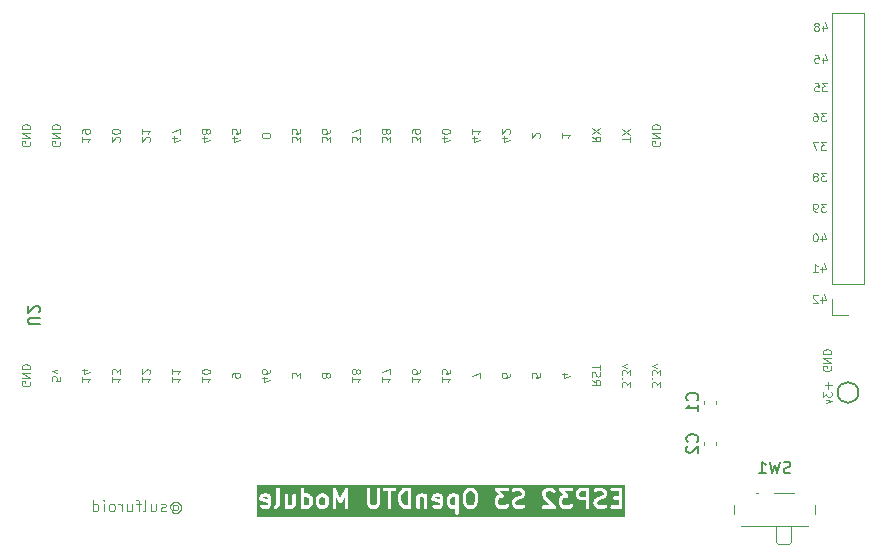
<source format=gbr>
%TF.GenerationSoftware,KiCad,Pcbnew,7.0.6*%
%TF.CreationDate,2024-02-09T00:40:26+01:00*%
%TF.ProjectId,openDTU,6f70656e-4454-4552-9e6b-696361645f70,rev?*%
%TF.SameCoordinates,Original*%
%TF.FileFunction,Legend,Bot*%
%TF.FilePolarity,Positive*%
%FSLAX46Y46*%
G04 Gerber Fmt 4.6, Leading zero omitted, Abs format (unit mm)*
G04 Created by KiCad (PCBNEW 7.0.6) date 2024-02-09 00:40:26*
%MOMM*%
%LPD*%
G01*
G04 APERTURE LIST*
%ADD10C,0.100000*%
%ADD11C,0.300000*%
%ADD12C,0.150000*%
%ADD13C,0.120000*%
G04 APERTURE END LIST*
D10*
X120577068Y-104496228D02*
X120624687Y-104448609D01*
X120624687Y-104448609D02*
X120719925Y-104400990D01*
X120719925Y-104400990D02*
X120815163Y-104400990D01*
X120815163Y-104400990D02*
X120910401Y-104448609D01*
X120910401Y-104448609D02*
X120958020Y-104496228D01*
X120958020Y-104496228D02*
X121005639Y-104591466D01*
X121005639Y-104591466D02*
X121005639Y-104686704D01*
X121005639Y-104686704D02*
X120958020Y-104781942D01*
X120958020Y-104781942D02*
X120910401Y-104829561D01*
X120910401Y-104829561D02*
X120815163Y-104877180D01*
X120815163Y-104877180D02*
X120719925Y-104877180D01*
X120719925Y-104877180D02*
X120624687Y-104829561D01*
X120624687Y-104829561D02*
X120577068Y-104781942D01*
X120577068Y-104400990D02*
X120577068Y-104781942D01*
X120577068Y-104781942D02*
X120529449Y-104829561D01*
X120529449Y-104829561D02*
X120481830Y-104829561D01*
X120481830Y-104829561D02*
X120386591Y-104781942D01*
X120386591Y-104781942D02*
X120338972Y-104686704D01*
X120338972Y-104686704D02*
X120338972Y-104448609D01*
X120338972Y-104448609D02*
X120434211Y-104305752D01*
X120434211Y-104305752D02*
X120577068Y-104210514D01*
X120577068Y-104210514D02*
X120767544Y-104162895D01*
X120767544Y-104162895D02*
X120958020Y-104210514D01*
X120958020Y-104210514D02*
X121100877Y-104305752D01*
X121100877Y-104305752D02*
X121196115Y-104448609D01*
X121196115Y-104448609D02*
X121243734Y-104639085D01*
X121243734Y-104639085D02*
X121196115Y-104829561D01*
X121196115Y-104829561D02*
X121100877Y-104972419D01*
X121100877Y-104972419D02*
X120958020Y-105067657D01*
X120958020Y-105067657D02*
X120767544Y-105115276D01*
X120767544Y-105115276D02*
X120577068Y-105067657D01*
X120577068Y-105067657D02*
X120434211Y-104972419D01*
X119958020Y-104924800D02*
X119862782Y-104972419D01*
X119862782Y-104972419D02*
X119672306Y-104972419D01*
X119672306Y-104972419D02*
X119577068Y-104924800D01*
X119577068Y-104924800D02*
X119529449Y-104829561D01*
X119529449Y-104829561D02*
X119529449Y-104781942D01*
X119529449Y-104781942D02*
X119577068Y-104686704D01*
X119577068Y-104686704D02*
X119672306Y-104639085D01*
X119672306Y-104639085D02*
X119815163Y-104639085D01*
X119815163Y-104639085D02*
X119910401Y-104591466D01*
X119910401Y-104591466D02*
X119958020Y-104496228D01*
X119958020Y-104496228D02*
X119958020Y-104448609D01*
X119958020Y-104448609D02*
X119910401Y-104353371D01*
X119910401Y-104353371D02*
X119815163Y-104305752D01*
X119815163Y-104305752D02*
X119672306Y-104305752D01*
X119672306Y-104305752D02*
X119577068Y-104353371D01*
X118672306Y-104305752D02*
X118672306Y-104972419D01*
X119100877Y-104305752D02*
X119100877Y-104829561D01*
X119100877Y-104829561D02*
X119053258Y-104924800D01*
X119053258Y-104924800D02*
X118958020Y-104972419D01*
X118958020Y-104972419D02*
X118815163Y-104972419D01*
X118815163Y-104972419D02*
X118719925Y-104924800D01*
X118719925Y-104924800D02*
X118672306Y-104877180D01*
X118053258Y-104972419D02*
X118148496Y-104924800D01*
X118148496Y-104924800D02*
X118196115Y-104829561D01*
X118196115Y-104829561D02*
X118196115Y-103972419D01*
X117815162Y-104305752D02*
X117434210Y-104305752D01*
X117672305Y-104972419D02*
X117672305Y-104115276D01*
X117672305Y-104115276D02*
X117624686Y-104020038D01*
X117624686Y-104020038D02*
X117529448Y-103972419D01*
X117529448Y-103972419D02*
X117434210Y-103972419D01*
X116672305Y-104305752D02*
X116672305Y-104972419D01*
X117100876Y-104305752D02*
X117100876Y-104829561D01*
X117100876Y-104829561D02*
X117053257Y-104924800D01*
X117053257Y-104924800D02*
X116958019Y-104972419D01*
X116958019Y-104972419D02*
X116815162Y-104972419D01*
X116815162Y-104972419D02*
X116719924Y-104924800D01*
X116719924Y-104924800D02*
X116672305Y-104877180D01*
X116196114Y-104972419D02*
X116196114Y-104305752D01*
X116196114Y-104496228D02*
X116148495Y-104400990D01*
X116148495Y-104400990D02*
X116100876Y-104353371D01*
X116100876Y-104353371D02*
X116005638Y-104305752D01*
X116005638Y-104305752D02*
X115910400Y-104305752D01*
X115434209Y-104972419D02*
X115529447Y-104924800D01*
X115529447Y-104924800D02*
X115577066Y-104877180D01*
X115577066Y-104877180D02*
X115624685Y-104781942D01*
X115624685Y-104781942D02*
X115624685Y-104496228D01*
X115624685Y-104496228D02*
X115577066Y-104400990D01*
X115577066Y-104400990D02*
X115529447Y-104353371D01*
X115529447Y-104353371D02*
X115434209Y-104305752D01*
X115434209Y-104305752D02*
X115291352Y-104305752D01*
X115291352Y-104305752D02*
X115196114Y-104353371D01*
X115196114Y-104353371D02*
X115148495Y-104400990D01*
X115148495Y-104400990D02*
X115100876Y-104496228D01*
X115100876Y-104496228D02*
X115100876Y-104781942D01*
X115100876Y-104781942D02*
X115148495Y-104877180D01*
X115148495Y-104877180D02*
X115196114Y-104924800D01*
X115196114Y-104924800D02*
X115291352Y-104972419D01*
X115291352Y-104972419D02*
X115434209Y-104972419D01*
X114672304Y-104972419D02*
X114672304Y-104305752D01*
X114672304Y-103972419D02*
X114719923Y-104020038D01*
X114719923Y-104020038D02*
X114672304Y-104067657D01*
X114672304Y-104067657D02*
X114624685Y-104020038D01*
X114624685Y-104020038D02*
X114672304Y-103972419D01*
X114672304Y-103972419D02*
X114672304Y-104067657D01*
X113767543Y-104972419D02*
X113767543Y-103972419D01*
X113767543Y-104924800D02*
X113862781Y-104972419D01*
X113862781Y-104972419D02*
X114053257Y-104972419D01*
X114053257Y-104972419D02*
X114148495Y-104924800D01*
X114148495Y-104924800D02*
X114196114Y-104877180D01*
X114196114Y-104877180D02*
X114243733Y-104781942D01*
X114243733Y-104781942D02*
X114243733Y-104496228D01*
X114243733Y-104496228D02*
X114196114Y-104400990D01*
X114196114Y-104400990D02*
X114148495Y-104353371D01*
X114148495Y-104353371D02*
X114053257Y-104305752D01*
X114053257Y-104305752D02*
X113862781Y-104305752D01*
X113862781Y-104305752D02*
X113767543Y-104353371D01*
D11*
G36*
X144438348Y-103764961D02*
G01*
X144438348Y-104436694D01*
X144410081Y-104450828D01*
X144195186Y-104450828D01*
X144105773Y-104406122D01*
X144068769Y-104369118D01*
X144024062Y-104279703D01*
X144024062Y-103921952D01*
X144068769Y-103832538D01*
X144105773Y-103795534D01*
X144195186Y-103750828D01*
X144410081Y-103750828D01*
X144438348Y-103764961D01*
G37*
G36*
X128547972Y-103784060D02*
G01*
X128581204Y-103850523D01*
X128581203Y-103917857D01*
X128173974Y-103836411D01*
X128200150Y-103784060D01*
X128266614Y-103750828D01*
X128481509Y-103750828D01*
X128547972Y-103784060D01*
G37*
G36*
X131999494Y-103795535D02*
G01*
X132036498Y-103832539D01*
X132081204Y-103921951D01*
X132081204Y-104279704D01*
X132036497Y-104369117D01*
X131999492Y-104406122D01*
X131910080Y-104450828D01*
X131695186Y-104450828D01*
X131666919Y-104436694D01*
X131666919Y-103764961D01*
X131695186Y-103750828D01*
X131910080Y-103750828D01*
X131999494Y-103795535D01*
G37*
G36*
X133356637Y-103795535D02*
G01*
X133393641Y-103832539D01*
X133438347Y-103921951D01*
X133438347Y-104279704D01*
X133393640Y-104369117D01*
X133356635Y-104406122D01*
X133267223Y-104450828D01*
X133123757Y-104450828D01*
X133034344Y-104406122D01*
X132997340Y-104369118D01*
X132952633Y-104279703D01*
X132952633Y-103921952D01*
X132997340Y-103832538D01*
X133034344Y-103795534D01*
X133123757Y-103750828D01*
X133267223Y-103750828D01*
X133356637Y-103795535D01*
G37*
G36*
X140438348Y-104450828D02*
G01*
X140255548Y-104450828D01*
X140097945Y-104398294D01*
X139997340Y-104297688D01*
X139944159Y-104191328D01*
X139881205Y-103939507D01*
X139881205Y-103762148D01*
X139944159Y-103510327D01*
X139997340Y-103403967D01*
X140097946Y-103303361D01*
X140255548Y-103250828D01*
X140438348Y-103250828D01*
X140438348Y-104450828D01*
G37*
G36*
X143119401Y-103784060D02*
G01*
X143152633Y-103850523D01*
X143152633Y-103917857D01*
X142745403Y-103836411D01*
X142771579Y-103784060D01*
X142838043Y-103750828D01*
X143052938Y-103750828D01*
X143119401Y-103784060D01*
G37*
G36*
X145928066Y-103295535D02*
G01*
X146024332Y-103391801D01*
X146081205Y-103619291D01*
X146081205Y-104082364D01*
X146024332Y-104309854D01*
X145928066Y-104406121D01*
X145838653Y-104450828D01*
X145623758Y-104450828D01*
X145534345Y-104406121D01*
X145438078Y-104309854D01*
X145381205Y-104082362D01*
X145381205Y-103619293D01*
X145438078Y-103391801D01*
X145534345Y-103295534D01*
X145623758Y-103250828D01*
X145838652Y-103250828D01*
X145928066Y-103295535D01*
G37*
G36*
X155509775Y-103736542D02*
G01*
X155123756Y-103736542D01*
X155034342Y-103691835D01*
X154997337Y-103654830D01*
X154952632Y-103565418D01*
X154952632Y-103421951D01*
X154997337Y-103332540D01*
X155034342Y-103295535D01*
X155123756Y-103250828D01*
X155509775Y-103250828D01*
X155509775Y-103736542D01*
G37*
G36*
X158809775Y-105465114D02*
G01*
X127652633Y-105465114D01*
X127652633Y-103957971D01*
X127866919Y-103957971D01*
X127873253Y-103981613D01*
X127874829Y-104006038D01*
X127883137Y-104018501D01*
X127887015Y-104032971D01*
X127904321Y-104050277D01*
X127917899Y-104070644D01*
X127931327Y-104077283D01*
X127941919Y-104087875D01*
X127965561Y-104094209D01*
X127987502Y-104105058D01*
X128581204Y-104223798D01*
X128581204Y-104351132D01*
X128547972Y-104417596D01*
X128481509Y-104450828D01*
X128266614Y-104450828D01*
X128155429Y-104395236D01*
X128079359Y-104379669D01*
X128005698Y-104404223D01*
X127954183Y-104462318D01*
X127938616Y-104538388D01*
X127963170Y-104612049D01*
X128021265Y-104663564D01*
X128164123Y-104734992D01*
X128197898Y-104741903D01*
X128231204Y-104750828D01*
X128516919Y-104750828D01*
X128550222Y-104741904D01*
X128584001Y-104734992D01*
X128726858Y-104663564D01*
X128733722Y-104657476D01*
X128742425Y-104654576D01*
X128762408Y-104632040D01*
X128784953Y-104612049D01*
X128787854Y-104603343D01*
X128793940Y-104596481D01*
X128796261Y-104591840D01*
X129081473Y-104591840D01*
X129097040Y-104667910D01*
X129148555Y-104726005D01*
X129222216Y-104750559D01*
X129298286Y-104734992D01*
X129441143Y-104663564D01*
X129448005Y-104657478D01*
X129456710Y-104654577D01*
X129476697Y-104632036D01*
X129499238Y-104612049D01*
X129502139Y-104603344D01*
X129504370Y-104600828D01*
X130009776Y-104600828D01*
X130029872Y-104675828D01*
X130084776Y-104730732D01*
X130159776Y-104750828D01*
X130234776Y-104730732D01*
X130256003Y-104709504D01*
X130306980Y-104734992D01*
X130340755Y-104741903D01*
X130374061Y-104750828D01*
X130588347Y-104750828D01*
X130621650Y-104741904D01*
X130655429Y-104734992D01*
X130798286Y-104663564D01*
X130805148Y-104657478D01*
X130813853Y-104654577D01*
X130833840Y-104632036D01*
X130856381Y-104612049D01*
X130859282Y-104603344D01*
X130861513Y-104600828D01*
X131366919Y-104600828D01*
X131387015Y-104675828D01*
X131441919Y-104730732D01*
X131516919Y-104750828D01*
X131586876Y-104732083D01*
X131592695Y-104734992D01*
X131626470Y-104741903D01*
X131659776Y-104750828D01*
X131945490Y-104750828D01*
X131978793Y-104741904D01*
X132012572Y-104734992D01*
X132155429Y-104663564D01*
X132173498Y-104647540D01*
X132194413Y-104635466D01*
X132265842Y-104564037D01*
X132277916Y-104543122D01*
X132293940Y-104525053D01*
X132365368Y-104382195D01*
X132372279Y-104348419D01*
X132381204Y-104315114D01*
X132652633Y-104315114D01*
X132661556Y-104348415D01*
X132668469Y-104382196D01*
X132739898Y-104525053D01*
X132755920Y-104543121D01*
X132767995Y-104564036D01*
X132839423Y-104635465D01*
X132860338Y-104647540D01*
X132878408Y-104663564D01*
X133021266Y-104734992D01*
X133055041Y-104741903D01*
X133088347Y-104750828D01*
X133302633Y-104750828D01*
X133335936Y-104741904D01*
X133369715Y-104734992D01*
X133512572Y-104663564D01*
X133530641Y-104647540D01*
X133551556Y-104635466D01*
X133586194Y-104600828D01*
X134081205Y-104600828D01*
X134101301Y-104675828D01*
X134156205Y-104730732D01*
X134231205Y-104750828D01*
X134306205Y-104730732D01*
X134361109Y-104675828D01*
X134381205Y-104600828D01*
X134381205Y-103776961D01*
X134595278Y-104235690D01*
X134603785Y-104245822D01*
X134608307Y-104258257D01*
X134628362Y-104275095D01*
X134645205Y-104295156D01*
X134657641Y-104299678D01*
X134667772Y-104308184D01*
X134693556Y-104312738D01*
X134718176Y-104321691D01*
X134731207Y-104319389D01*
X134744234Y-104321690D01*
X134768842Y-104312741D01*
X134794638Y-104308185D01*
X134804772Y-104299675D01*
X134817205Y-104295155D01*
X134834042Y-104275100D01*
X134854103Y-104258258D01*
X134858625Y-104245821D01*
X134867132Y-104235690D01*
X135081205Y-103776962D01*
X135081205Y-104600828D01*
X135101301Y-104675828D01*
X135156205Y-104730732D01*
X135231205Y-104750828D01*
X135306205Y-104730732D01*
X135361109Y-104675828D01*
X135381205Y-104600828D01*
X135381205Y-104315114D01*
X136938348Y-104315114D01*
X136947271Y-104348417D01*
X136954184Y-104382196D01*
X137025612Y-104525053D01*
X137041635Y-104543122D01*
X137053710Y-104564037D01*
X137125139Y-104635466D01*
X137146053Y-104647540D01*
X137164123Y-104663564D01*
X137306981Y-104734992D01*
X137340756Y-104741903D01*
X137374062Y-104750828D01*
X137659776Y-104750828D01*
X137693081Y-104741903D01*
X137726857Y-104734992D01*
X137869716Y-104663564D01*
X137887785Y-104647540D01*
X137908701Y-104635465D01*
X137980129Y-104564036D01*
X137992203Y-104543121D01*
X138008226Y-104525053D01*
X138079655Y-104382197D01*
X138086568Y-104348414D01*
X138095491Y-104315114D01*
X138095491Y-103100828D01*
X138295491Y-103100828D01*
X138315587Y-103175828D01*
X138370491Y-103230732D01*
X138445491Y-103250828D01*
X138724062Y-103250828D01*
X138724062Y-104600828D01*
X138744158Y-104675828D01*
X138799062Y-104730732D01*
X138874062Y-104750828D01*
X138949062Y-104730732D01*
X139003966Y-104675828D01*
X139024062Y-104600828D01*
X139024062Y-103957971D01*
X139581205Y-103957971D01*
X139585995Y-103975848D01*
X139585684Y-103994351D01*
X139657112Y-104280065D01*
X139665148Y-104294542D01*
X139668469Y-104310767D01*
X139739898Y-104453624D01*
X139755920Y-104471693D01*
X139767996Y-104492608D01*
X139910853Y-104635466D01*
X139940712Y-104652705D01*
X139969485Y-104671703D01*
X140183771Y-104743131D01*
X140207879Y-104744578D01*
X140231205Y-104750828D01*
X140588348Y-104750828D01*
X140663348Y-104730732D01*
X140718252Y-104675828D01*
X140738348Y-104600828D01*
X141152634Y-104600828D01*
X141172730Y-104675828D01*
X141227634Y-104730732D01*
X141302634Y-104750828D01*
X141377634Y-104730732D01*
X141432538Y-104675828D01*
X141452634Y-104600828D01*
X141452634Y-103850523D01*
X141485865Y-103784060D01*
X141552329Y-103750828D01*
X141695795Y-103750828D01*
X141785209Y-103795535D01*
X141795491Y-103805817D01*
X141795491Y-104600828D01*
X141815587Y-104675828D01*
X141870491Y-104730732D01*
X141945491Y-104750828D01*
X142020491Y-104730732D01*
X142075395Y-104675828D01*
X142095491Y-104600828D01*
X142095491Y-103957971D01*
X142438348Y-103957971D01*
X142444682Y-103981613D01*
X142446258Y-104006038D01*
X142454566Y-104018501D01*
X142458444Y-104032971D01*
X142475750Y-104050277D01*
X142489328Y-104070644D01*
X142502756Y-104077283D01*
X142513348Y-104087875D01*
X142536990Y-104094209D01*
X142558931Y-104105058D01*
X143152633Y-104223798D01*
X143152633Y-104351132D01*
X143119401Y-104417596D01*
X143052938Y-104450828D01*
X142838043Y-104450828D01*
X142726858Y-104395236D01*
X142650788Y-104379669D01*
X142577127Y-104404223D01*
X142525612Y-104462318D01*
X142510045Y-104538388D01*
X142534599Y-104612049D01*
X142592694Y-104663564D01*
X142735552Y-104734992D01*
X142769327Y-104741903D01*
X142802633Y-104750828D01*
X143088348Y-104750828D01*
X143121651Y-104741904D01*
X143155430Y-104734992D01*
X143298287Y-104663564D01*
X143305151Y-104657476D01*
X143313854Y-104654576D01*
X143333837Y-104632040D01*
X143356382Y-104612049D01*
X143359283Y-104603343D01*
X143365369Y-104596481D01*
X143436798Y-104453623D01*
X143443711Y-104419838D01*
X143452633Y-104386542D01*
X143452633Y-104315114D01*
X143724062Y-104315114D01*
X143732985Y-104348415D01*
X143739898Y-104382196D01*
X143811327Y-104525053D01*
X143827349Y-104543121D01*
X143839424Y-104564036D01*
X143910852Y-104635465D01*
X143931767Y-104647540D01*
X143949837Y-104663564D01*
X144092695Y-104734992D01*
X144126470Y-104741903D01*
X144159776Y-104750828D01*
X144438348Y-104750828D01*
X144438348Y-105100828D01*
X144458444Y-105175828D01*
X144513348Y-105230732D01*
X144588348Y-105250828D01*
X144663348Y-105230732D01*
X144718252Y-105175828D01*
X144738348Y-105100828D01*
X144738348Y-104100828D01*
X145081205Y-104100828D01*
X145085995Y-104118704D01*
X145085684Y-104137209D01*
X145157113Y-104422922D01*
X145157745Y-104424060D01*
X145157745Y-104425364D01*
X145176549Y-104457934D01*
X145194799Y-104490809D01*
X145195916Y-104491479D01*
X145196568Y-104492608D01*
X145339425Y-104635466D01*
X145360339Y-104647541D01*
X145378409Y-104663564D01*
X145521267Y-104734992D01*
X145555042Y-104741903D01*
X145588348Y-104750828D01*
X145874062Y-104750828D01*
X145907367Y-104741903D01*
X145941143Y-104734992D01*
X146084002Y-104663564D01*
X146102071Y-104647540D01*
X146122986Y-104635466D01*
X146265843Y-104492608D01*
X146266494Y-104491479D01*
X146267612Y-104490809D01*
X146285861Y-104457934D01*
X146304666Y-104425364D01*
X146304666Y-104424060D01*
X146305298Y-104422922D01*
X146332250Y-104315114D01*
X147795490Y-104315114D01*
X147804413Y-104348415D01*
X147811326Y-104382196D01*
X147882755Y-104525053D01*
X147898777Y-104543121D01*
X147910853Y-104564037D01*
X147982282Y-104635466D01*
X148003196Y-104647540D01*
X148021266Y-104663564D01*
X148164124Y-104734992D01*
X148197899Y-104741903D01*
X148231205Y-104750828D01*
X148659776Y-104750828D01*
X148693079Y-104741904D01*
X148726858Y-104734992D01*
X148869715Y-104663564D01*
X148887784Y-104647540D01*
X148908699Y-104635466D01*
X148980128Y-104564037D01*
X149018951Y-104496794D01*
X149018951Y-104419148D01*
X148980128Y-104351905D01*
X148916405Y-104315114D01*
X149224061Y-104315114D01*
X149232984Y-104348415D01*
X149239897Y-104382196D01*
X149311326Y-104525053D01*
X149327348Y-104543121D01*
X149339424Y-104564037D01*
X149410853Y-104635466D01*
X149431767Y-104647540D01*
X149449837Y-104663564D01*
X149592695Y-104734992D01*
X149626470Y-104741903D01*
X149659776Y-104750828D01*
X150016919Y-104750828D01*
X150040244Y-104744578D01*
X150064353Y-104743131D01*
X150278638Y-104671703D01*
X150343434Y-104628921D01*
X150357481Y-104600828D01*
X151795489Y-104600828D01*
X151815585Y-104675828D01*
X151870489Y-104730732D01*
X151945489Y-104750828D01*
X152874061Y-104750828D01*
X152893136Y-104745717D01*
X152912884Y-104745717D01*
X152929986Y-104735843D01*
X152949061Y-104730732D01*
X152963025Y-104716767D01*
X152980127Y-104706894D01*
X152990000Y-104689792D01*
X153003965Y-104675828D01*
X153009076Y-104656753D01*
X153018950Y-104639651D01*
X153018950Y-104619902D01*
X153024061Y-104600828D01*
X153018950Y-104581753D01*
X153018950Y-104562005D01*
X153009076Y-104544902D01*
X153003965Y-104525828D01*
X152990000Y-104511863D01*
X152980127Y-104494762D01*
X152800479Y-104315114D01*
X153224060Y-104315114D01*
X153232983Y-104348415D01*
X153239896Y-104382196D01*
X153311325Y-104525053D01*
X153327347Y-104543121D01*
X153339423Y-104564037D01*
X153410852Y-104635466D01*
X153431766Y-104647540D01*
X153449836Y-104663564D01*
X153592694Y-104734992D01*
X153626469Y-104741903D01*
X153659775Y-104750828D01*
X154088346Y-104750828D01*
X154121649Y-104741904D01*
X154155428Y-104734992D01*
X154298285Y-104663564D01*
X154316354Y-104647540D01*
X154337269Y-104635466D01*
X154408698Y-104564037D01*
X154447521Y-104496794D01*
X154447521Y-104419148D01*
X154408698Y-104351905D01*
X154341455Y-104313082D01*
X154263809Y-104313082D01*
X154196566Y-104351905D01*
X154142348Y-104406122D01*
X154052936Y-104450828D01*
X153695185Y-104450828D01*
X153605771Y-104406121D01*
X153568767Y-104369117D01*
X153524060Y-104279703D01*
X153524060Y-103993381D01*
X153568767Y-103903967D01*
X153605771Y-103866963D01*
X153695185Y-103822257D01*
X153874060Y-103822257D01*
X153888374Y-103818421D01*
X153903159Y-103819407D01*
X153925261Y-103808537D01*
X153949060Y-103802161D01*
X153959540Y-103791680D01*
X153972835Y-103785143D01*
X153986541Y-103764679D01*
X154003964Y-103747257D01*
X154007799Y-103732942D01*
X154016045Y-103720632D01*
X154017683Y-103696054D01*
X154024060Y-103672257D01*
X154020224Y-103657942D01*
X154021210Y-103643158D01*
X154010340Y-103621054D01*
X154004921Y-103600828D01*
X154652632Y-103600828D01*
X154661555Y-103634131D01*
X154668468Y-103667910D01*
X154739896Y-103810767D01*
X154755919Y-103828836D01*
X154767994Y-103849751D01*
X154839423Y-103921180D01*
X154860337Y-103933254D01*
X154878407Y-103949278D01*
X155021265Y-104020706D01*
X155055040Y-104027617D01*
X155088346Y-104036542D01*
X155509775Y-104036542D01*
X155509775Y-104600828D01*
X155529871Y-104675828D01*
X155584775Y-104730732D01*
X155659775Y-104750828D01*
X155734775Y-104730732D01*
X155789679Y-104675828D01*
X155809775Y-104600828D01*
X155809775Y-104315114D01*
X156152631Y-104315114D01*
X156161554Y-104348415D01*
X156168467Y-104382196D01*
X156239896Y-104525053D01*
X156255918Y-104543121D01*
X156267994Y-104564037D01*
X156339423Y-104635466D01*
X156360337Y-104647540D01*
X156378407Y-104663564D01*
X156521265Y-104734992D01*
X156555040Y-104741903D01*
X156588346Y-104750828D01*
X156945489Y-104750828D01*
X156968814Y-104744578D01*
X156992923Y-104743131D01*
X157207208Y-104671703D01*
X157272004Y-104628921D01*
X157286051Y-104600828D01*
X157581203Y-104600828D01*
X157601299Y-104675828D01*
X157656203Y-104730732D01*
X157731203Y-104750828D01*
X158445489Y-104750828D01*
X158520489Y-104730732D01*
X158575393Y-104675828D01*
X158595489Y-104600828D01*
X158595489Y-103100828D01*
X158575393Y-103025828D01*
X158520489Y-102970924D01*
X158445489Y-102950828D01*
X157731203Y-102950828D01*
X157656203Y-102970924D01*
X157601299Y-103025828D01*
X157581203Y-103100828D01*
X157601299Y-103175828D01*
X157656203Y-103230732D01*
X157731203Y-103250828D01*
X158295489Y-103250828D01*
X158295489Y-103665114D01*
X157945489Y-103665114D01*
X157870489Y-103685210D01*
X157815585Y-103740114D01*
X157795489Y-103815114D01*
X157815585Y-103890114D01*
X157870489Y-103945018D01*
X157945489Y-103965114D01*
X158295489Y-103965114D01*
X158295489Y-104450828D01*
X157731203Y-104450828D01*
X157656203Y-104470924D01*
X157601299Y-104525828D01*
X157581203Y-104600828D01*
X157286051Y-104600828D01*
X157306729Y-104559472D01*
X157302076Y-104481966D01*
X157259295Y-104417170D01*
X157189846Y-104382445D01*
X157112340Y-104387097D01*
X156921146Y-104450828D01*
X156623756Y-104450828D01*
X156534342Y-104406121D01*
X156497338Y-104369117D01*
X156452631Y-104279703D01*
X156452631Y-104207667D01*
X156497338Y-104118253D01*
X156534343Y-104081248D01*
X156640702Y-104028069D01*
X156910440Y-103960635D01*
X156924917Y-103952598D01*
X156941142Y-103949278D01*
X157083999Y-103877849D01*
X157102067Y-103861826D01*
X157122982Y-103849752D01*
X157194411Y-103778324D01*
X157206486Y-103757408D01*
X157222510Y-103739339D01*
X157293938Y-103596481D01*
X157300849Y-103562705D01*
X157309774Y-103529400D01*
X157309774Y-103386542D01*
X157300849Y-103353236D01*
X157293938Y-103319461D01*
X157222510Y-103176603D01*
X157206486Y-103158533D01*
X157194411Y-103137618D01*
X157122982Y-103066190D01*
X157102067Y-103054115D01*
X157083999Y-103038093D01*
X156941142Y-102966664D01*
X156907361Y-102959751D01*
X156874060Y-102950828D01*
X156516917Y-102950828D01*
X156493588Y-102957078D01*
X156469482Y-102958526D01*
X156255197Y-103029955D01*
X156190400Y-103072736D01*
X156155676Y-103142185D01*
X156160329Y-103219691D01*
X156203110Y-103284488D01*
X156272559Y-103319212D01*
X156350065Y-103314559D01*
X156541260Y-103250828D01*
X156838650Y-103250828D01*
X156928064Y-103295535D01*
X156965068Y-103332539D01*
X157009774Y-103421951D01*
X157009774Y-103493990D01*
X156965068Y-103583402D01*
X156928064Y-103620406D01*
X156821703Y-103673587D01*
X156551966Y-103741021D01*
X156537489Y-103749057D01*
X156521263Y-103752378D01*
X156378407Y-103823807D01*
X156360338Y-103839829D01*
X156339423Y-103851905D01*
X156267994Y-103923334D01*
X156255918Y-103944249D01*
X156239896Y-103962318D01*
X156168467Y-104105175D01*
X156161554Y-104138955D01*
X156152631Y-104172257D01*
X156152631Y-104315114D01*
X155809775Y-104315114D01*
X155809775Y-103100828D01*
X155789679Y-103025828D01*
X155734775Y-102970924D01*
X155659775Y-102950828D01*
X155088346Y-102950828D01*
X155055045Y-102959750D01*
X155021263Y-102966664D01*
X154878407Y-103038093D01*
X154860338Y-103054115D01*
X154839424Y-103066190D01*
X154767995Y-103137618D01*
X154755919Y-103158533D01*
X154739896Y-103176603D01*
X154668468Y-103319460D01*
X154661555Y-103353238D01*
X154652632Y-103386542D01*
X154652632Y-103600828D01*
X154004921Y-103600828D01*
X154003964Y-103597257D01*
X153993484Y-103586777D01*
X153986946Y-103573481D01*
X153704625Y-103250828D01*
X154302632Y-103250828D01*
X154377632Y-103230732D01*
X154432536Y-103175828D01*
X154452632Y-103100828D01*
X154432536Y-103025828D01*
X154377632Y-102970924D01*
X154302632Y-102950828D01*
X153374060Y-102950828D01*
X153359748Y-102954662D01*
X153344961Y-102953677D01*
X153322852Y-102964548D01*
X153299060Y-102970924D01*
X153288582Y-102981401D01*
X153275284Y-102987941D01*
X153261573Y-103008410D01*
X153244156Y-103025828D01*
X153240321Y-103040140D01*
X153232074Y-103052453D01*
X153230435Y-103077035D01*
X153224060Y-103100828D01*
X153227894Y-103115139D01*
X153226909Y-103129927D01*
X153237780Y-103152035D01*
X153244156Y-103175828D01*
X153254633Y-103186305D01*
X153261173Y-103199604D01*
X153568107Y-103550386D01*
X153449836Y-103609521D01*
X153431766Y-103625544D01*
X153410852Y-103637619D01*
X153339423Y-103709048D01*
X153327347Y-103729963D01*
X153311325Y-103748032D01*
X153239896Y-103890889D01*
X153232983Y-103924669D01*
X153224060Y-103957971D01*
X153224060Y-104315114D01*
X152800479Y-104315114D01*
X152148022Y-103662657D01*
X152095489Y-103505058D01*
X152095489Y-103421952D01*
X152140196Y-103332538D01*
X152177200Y-103295535D01*
X152266614Y-103250828D01*
X152552937Y-103250828D01*
X152642350Y-103295535D01*
X152696566Y-103349751D01*
X152763809Y-103388574D01*
X152841455Y-103388574D01*
X152908698Y-103349751D01*
X152947521Y-103282508D01*
X152947521Y-103204862D01*
X152908698Y-103137619D01*
X152837270Y-103066191D01*
X152816354Y-103054115D01*
X152798286Y-103038093D01*
X152655429Y-102966664D01*
X152621648Y-102959751D01*
X152588347Y-102950828D01*
X152231204Y-102950828D01*
X152197903Y-102959750D01*
X152164121Y-102966664D01*
X152021265Y-103038093D01*
X152003196Y-103054115D01*
X151982282Y-103066190D01*
X151910853Y-103137618D01*
X151898776Y-103158534D01*
X151882754Y-103176603D01*
X151811325Y-103319460D01*
X151804412Y-103353240D01*
X151795489Y-103386542D01*
X151795489Y-103529400D01*
X151801739Y-103552728D01*
X151803187Y-103576835D01*
X151874616Y-103791119D01*
X151893607Y-103819882D01*
X151910852Y-103849751D01*
X152511929Y-104450828D01*
X151945489Y-104450828D01*
X151870489Y-104470924D01*
X151815585Y-104525828D01*
X151795489Y-104600828D01*
X150357481Y-104600828D01*
X150378159Y-104559472D01*
X150373506Y-104481966D01*
X150330725Y-104417170D01*
X150261276Y-104382445D01*
X150183770Y-104387097D01*
X149992576Y-104450828D01*
X149695186Y-104450828D01*
X149605772Y-104406121D01*
X149568768Y-104369117D01*
X149524061Y-104279703D01*
X149524061Y-104207667D01*
X149568768Y-104118253D01*
X149605773Y-104081248D01*
X149712132Y-104028069D01*
X149981870Y-103960635D01*
X149996347Y-103952598D01*
X150012572Y-103949278D01*
X150155429Y-103877849D01*
X150173497Y-103861826D01*
X150194412Y-103849752D01*
X150265841Y-103778324D01*
X150277916Y-103757408D01*
X150293940Y-103739339D01*
X150365368Y-103596481D01*
X150372279Y-103562705D01*
X150381204Y-103529400D01*
X150381204Y-103386542D01*
X150372279Y-103353236D01*
X150365368Y-103319461D01*
X150293940Y-103176603D01*
X150277916Y-103158533D01*
X150265841Y-103137618D01*
X150194412Y-103066190D01*
X150173497Y-103054115D01*
X150155429Y-103038093D01*
X150012572Y-102966664D01*
X149978791Y-102959751D01*
X149945490Y-102950828D01*
X149588347Y-102950828D01*
X149565018Y-102957078D01*
X149540912Y-102958526D01*
X149326627Y-103029955D01*
X149261830Y-103072736D01*
X149227106Y-103142185D01*
X149231759Y-103219691D01*
X149274540Y-103284488D01*
X149343989Y-103319212D01*
X149421495Y-103314559D01*
X149612690Y-103250828D01*
X149910080Y-103250828D01*
X149999494Y-103295535D01*
X150036498Y-103332539D01*
X150081204Y-103421951D01*
X150081204Y-103493990D01*
X150036498Y-103583402D01*
X149999494Y-103620406D01*
X149893133Y-103673587D01*
X149623396Y-103741021D01*
X149608919Y-103749057D01*
X149592693Y-103752378D01*
X149449837Y-103823807D01*
X149431768Y-103839829D01*
X149410853Y-103851905D01*
X149339424Y-103923334D01*
X149327348Y-103944249D01*
X149311326Y-103962318D01*
X149239897Y-104105175D01*
X149232984Y-104138955D01*
X149224061Y-104172257D01*
X149224061Y-104315114D01*
X148916405Y-104315114D01*
X148912885Y-104313082D01*
X148835239Y-104313082D01*
X148767996Y-104351905D01*
X148713778Y-104406122D01*
X148624366Y-104450828D01*
X148266615Y-104450828D01*
X148177201Y-104406121D01*
X148140197Y-104369117D01*
X148095490Y-104279703D01*
X148095490Y-103993381D01*
X148140197Y-103903967D01*
X148177201Y-103866963D01*
X148266615Y-103822257D01*
X148445490Y-103822257D01*
X148459804Y-103818421D01*
X148474589Y-103819407D01*
X148496691Y-103808537D01*
X148520490Y-103802161D01*
X148530970Y-103791680D01*
X148544265Y-103785143D01*
X148557971Y-103764679D01*
X148575394Y-103747257D01*
X148579229Y-103732942D01*
X148587475Y-103720632D01*
X148589113Y-103696054D01*
X148595490Y-103672257D01*
X148591654Y-103657942D01*
X148592640Y-103643158D01*
X148581770Y-103621054D01*
X148575394Y-103597257D01*
X148564914Y-103586777D01*
X148558376Y-103573481D01*
X148276055Y-103250828D01*
X148874062Y-103250828D01*
X148949062Y-103230732D01*
X149003966Y-103175828D01*
X149024062Y-103100828D01*
X149003966Y-103025828D01*
X148949062Y-102970924D01*
X148874062Y-102950828D01*
X147945490Y-102950828D01*
X147931178Y-102954662D01*
X147916391Y-102953677D01*
X147894282Y-102964548D01*
X147870490Y-102970924D01*
X147860012Y-102981401D01*
X147846714Y-102987941D01*
X147833003Y-103008410D01*
X147815586Y-103025828D01*
X147811751Y-103040140D01*
X147803504Y-103052453D01*
X147801865Y-103077035D01*
X147795490Y-103100828D01*
X147799324Y-103115139D01*
X147798339Y-103129927D01*
X147809210Y-103152035D01*
X147815586Y-103175828D01*
X147826063Y-103186305D01*
X147832603Y-103199604D01*
X148139537Y-103550386D01*
X148021266Y-103609521D01*
X148003196Y-103625544D01*
X147982282Y-103637619D01*
X147910853Y-103709048D01*
X147898777Y-103729963D01*
X147882755Y-103748032D01*
X147811326Y-103890889D01*
X147804413Y-103924669D01*
X147795490Y-103957971D01*
X147795490Y-104315114D01*
X146332250Y-104315114D01*
X146376726Y-104137208D01*
X146376414Y-104118705D01*
X146381205Y-104100828D01*
X146381205Y-103600828D01*
X146376414Y-103582950D01*
X146376726Y-103564448D01*
X146305298Y-103278734D01*
X146304666Y-103277595D01*
X146304666Y-103276291D01*
X146285853Y-103243707D01*
X146267612Y-103210847D01*
X146266494Y-103210176D01*
X146265843Y-103209048D01*
X146122986Y-103066191D01*
X146102071Y-103054116D01*
X146084002Y-103038093D01*
X145941144Y-102966664D01*
X145907363Y-102959751D01*
X145874062Y-102950828D01*
X145588348Y-102950828D01*
X145555047Y-102959750D01*
X145521265Y-102966664D01*
X145378409Y-103038093D01*
X145360340Y-103054115D01*
X145339425Y-103066191D01*
X145196568Y-103209048D01*
X145195916Y-103210176D01*
X145194799Y-103210847D01*
X145176557Y-103243707D01*
X145157745Y-103276291D01*
X145157745Y-103277595D01*
X145157113Y-103278734D01*
X145085684Y-103564447D01*
X145085995Y-103582951D01*
X145081205Y-103600828D01*
X145081205Y-104100828D01*
X144738348Y-104100828D01*
X144738348Y-103600828D01*
X144718252Y-103525828D01*
X144663348Y-103470924D01*
X144588348Y-103450828D01*
X144518390Y-103469572D01*
X144512573Y-103466664D01*
X144478792Y-103459751D01*
X144445491Y-103450828D01*
X144159776Y-103450828D01*
X144126475Y-103459750D01*
X144092693Y-103466664D01*
X143949837Y-103538093D01*
X143931768Y-103554115D01*
X143910853Y-103566191D01*
X143839425Y-103637619D01*
X143827349Y-103658534D01*
X143811327Y-103676603D01*
X143739898Y-103819460D01*
X143732985Y-103853240D01*
X143724062Y-103886542D01*
X143724062Y-104315114D01*
X143452633Y-104315114D01*
X143452633Y-103815114D01*
X143443708Y-103781808D01*
X143436797Y-103748033D01*
X143365369Y-103605175D01*
X143359282Y-103598311D01*
X143356382Y-103589609D01*
X143333844Y-103569623D01*
X143313854Y-103547080D01*
X143305149Y-103544178D01*
X143298287Y-103538093D01*
X143155430Y-103466664D01*
X143121649Y-103459751D01*
X143088348Y-103450828D01*
X142802633Y-103450828D01*
X142769332Y-103459750D01*
X142735550Y-103466664D01*
X142592694Y-103538093D01*
X142585831Y-103544178D01*
X142577127Y-103547080D01*
X142557136Y-103569623D01*
X142534599Y-103589609D01*
X142531698Y-103598311D01*
X142525612Y-103605175D01*
X142454184Y-103748032D01*
X142447271Y-103781810D01*
X142438348Y-103815114D01*
X142438348Y-103957971D01*
X142095491Y-103957971D01*
X142095491Y-103600828D01*
X142075395Y-103525828D01*
X142020491Y-103470924D01*
X141945491Y-103450828D01*
X141870491Y-103470924D01*
X141849262Y-103492152D01*
X141798287Y-103466664D01*
X141764506Y-103459751D01*
X141731205Y-103450828D01*
X141516919Y-103450828D01*
X141483618Y-103459750D01*
X141449836Y-103466664D01*
X141306980Y-103538093D01*
X141300117Y-103544178D01*
X141291413Y-103547080D01*
X141271422Y-103569623D01*
X141248885Y-103589609D01*
X141245984Y-103598311D01*
X141239898Y-103605175D01*
X141168470Y-103748032D01*
X141161557Y-103781810D01*
X141152634Y-103815114D01*
X141152634Y-104600828D01*
X140738348Y-104600828D01*
X140738348Y-103100828D01*
X140718252Y-103025828D01*
X140663348Y-102970924D01*
X140588348Y-102950828D01*
X140231205Y-102950828D01*
X140207876Y-102957078D01*
X140183770Y-102958526D01*
X139969485Y-103029955D01*
X139940712Y-103048951D01*
X139910853Y-103066191D01*
X139767996Y-103209048D01*
X139755920Y-103229963D01*
X139739898Y-103248032D01*
X139668469Y-103390889D01*
X139665148Y-103407113D01*
X139657112Y-103421591D01*
X139585684Y-103707305D01*
X139585995Y-103725807D01*
X139581205Y-103743685D01*
X139581205Y-103957971D01*
X139024062Y-103957971D01*
X139024062Y-103250828D01*
X139302633Y-103250828D01*
X139377633Y-103230732D01*
X139432537Y-103175828D01*
X139452633Y-103100828D01*
X139432537Y-103025828D01*
X139377633Y-102970924D01*
X139302633Y-102950828D01*
X138445491Y-102950828D01*
X138370491Y-102970924D01*
X138315587Y-103025828D01*
X138295491Y-103100828D01*
X138095491Y-103100828D01*
X138075395Y-103025828D01*
X138020491Y-102970924D01*
X137945491Y-102950828D01*
X137870491Y-102970924D01*
X137815587Y-103025828D01*
X137795491Y-103100828D01*
X137795491Y-104279703D01*
X137750783Y-104369117D01*
X137713780Y-104406121D01*
X137624367Y-104450828D01*
X137409472Y-104450828D01*
X137320058Y-104406121D01*
X137283053Y-104369116D01*
X137238348Y-104279704D01*
X137238348Y-103100828D01*
X137218252Y-103025828D01*
X137163348Y-102970924D01*
X137088348Y-102950828D01*
X137013348Y-102970924D01*
X136958444Y-103025828D01*
X136938348Y-103100828D01*
X136938348Y-104315114D01*
X135381205Y-104315114D01*
X135381205Y-103100828D01*
X135379476Y-103094375D01*
X135380638Y-103087798D01*
X135369525Y-103057237D01*
X135361109Y-103025828D01*
X135356385Y-103021104D01*
X135354103Y-103014827D01*
X135329196Y-102993915D01*
X135306205Y-102970924D01*
X135299754Y-102969195D01*
X135294638Y-102964900D01*
X135262607Y-102959242D01*
X135231205Y-102950828D01*
X135224755Y-102952556D01*
X135218176Y-102951394D01*
X135187608Y-102962509D01*
X135156205Y-102970924D01*
X135151482Y-102975646D01*
X135145205Y-102977929D01*
X135124295Y-103002833D01*
X135101301Y-103025828D01*
X135099572Y-103032280D01*
X135095278Y-103037395D01*
X134731205Y-103817551D01*
X134367132Y-103037395D01*
X134362837Y-103032280D01*
X134361109Y-103025828D01*
X134338111Y-103002830D01*
X134317205Y-102977930D01*
X134310928Y-102975647D01*
X134306205Y-102970924D01*
X134274791Y-102962506D01*
X134244234Y-102951395D01*
X134237656Y-102952556D01*
X134231205Y-102950828D01*
X134199791Y-102959245D01*
X134167772Y-102964901D01*
X134162657Y-102969195D01*
X134156205Y-102970924D01*
X134133207Y-102993921D01*
X134108307Y-103014828D01*
X134106024Y-103021104D01*
X134101301Y-103025828D01*
X134092883Y-103057241D01*
X134081772Y-103087799D01*
X134082933Y-103094376D01*
X134081205Y-103100828D01*
X134081205Y-104600828D01*
X133586194Y-104600828D01*
X133622985Y-104564037D01*
X133635059Y-104543122D01*
X133651083Y-104525053D01*
X133722511Y-104382195D01*
X133729422Y-104348419D01*
X133738347Y-104315114D01*
X133738347Y-103886542D01*
X133729422Y-103853236D01*
X133722511Y-103819461D01*
X133651083Y-103676603D01*
X133635059Y-103658533D01*
X133622984Y-103637618D01*
X133551555Y-103566190D01*
X133530640Y-103554115D01*
X133512572Y-103538093D01*
X133369715Y-103466664D01*
X133335934Y-103459751D01*
X133302633Y-103450828D01*
X133088347Y-103450828D01*
X133055046Y-103459750D01*
X133021264Y-103466664D01*
X132878408Y-103538093D01*
X132860339Y-103554115D01*
X132839424Y-103566191D01*
X132767996Y-103637619D01*
X132755920Y-103658534D01*
X132739898Y-103676603D01*
X132668469Y-103819460D01*
X132661556Y-103853240D01*
X132652633Y-103886542D01*
X132652633Y-104315114D01*
X132381204Y-104315114D01*
X132381204Y-103886542D01*
X132372279Y-103853236D01*
X132365368Y-103819461D01*
X132293940Y-103676603D01*
X132277916Y-103658533D01*
X132265841Y-103637618D01*
X132194412Y-103566190D01*
X132173497Y-103554115D01*
X132155429Y-103538093D01*
X132012572Y-103466664D01*
X131978791Y-103459751D01*
X131945490Y-103450828D01*
X131666919Y-103450828D01*
X131666919Y-103100828D01*
X131646823Y-103025828D01*
X131591919Y-102970924D01*
X131516919Y-102950828D01*
X131441919Y-102970924D01*
X131387015Y-103025828D01*
X131366919Y-103100828D01*
X131366919Y-104600828D01*
X130861513Y-104600828D01*
X130865368Y-104596482D01*
X130936797Y-104453624D01*
X130943709Y-104419843D01*
X130952633Y-104386542D01*
X130952633Y-103600828D01*
X130932537Y-103525828D01*
X130877633Y-103470924D01*
X130802633Y-103450828D01*
X130727633Y-103470924D01*
X130672729Y-103525828D01*
X130652633Y-103600828D01*
X130652633Y-104351132D01*
X130619400Y-104417596D01*
X130552937Y-104450828D01*
X130409471Y-104450828D01*
X130320058Y-104406122D01*
X130309776Y-104395839D01*
X130309776Y-103600828D01*
X130289680Y-103525828D01*
X130234776Y-103470924D01*
X130159776Y-103450828D01*
X130084776Y-103470924D01*
X130029872Y-103525828D01*
X130009776Y-103600828D01*
X130009776Y-104600828D01*
X129504370Y-104600828D01*
X129508225Y-104596482D01*
X129579654Y-104453624D01*
X129586566Y-104419843D01*
X129595490Y-104386542D01*
X129595490Y-103100828D01*
X129575394Y-103025828D01*
X129520490Y-102970924D01*
X129445490Y-102950828D01*
X129370490Y-102970924D01*
X129315586Y-103025828D01*
X129295490Y-103100828D01*
X129295490Y-104351132D01*
X129262257Y-104417596D01*
X129164122Y-104466664D01*
X129106027Y-104518179D01*
X129081473Y-104591840D01*
X128796261Y-104591840D01*
X128865369Y-104453623D01*
X128872282Y-104419838D01*
X128881204Y-104386542D01*
X128881204Y-103815114D01*
X128872279Y-103781808D01*
X128865368Y-103748033D01*
X128793940Y-103605175D01*
X128787853Y-103598311D01*
X128784953Y-103589609D01*
X128762415Y-103569623D01*
X128742425Y-103547080D01*
X128733720Y-103544178D01*
X128726858Y-103538093D01*
X128584001Y-103466664D01*
X128550220Y-103459751D01*
X128516919Y-103450828D01*
X128231204Y-103450828D01*
X128197903Y-103459750D01*
X128164121Y-103466664D01*
X128021265Y-103538093D01*
X128014402Y-103544178D01*
X128005698Y-103547080D01*
X127985707Y-103569623D01*
X127963170Y-103589609D01*
X127960269Y-103598311D01*
X127954183Y-103605175D01*
X127882755Y-103748032D01*
X127875842Y-103781810D01*
X127866919Y-103815114D01*
X127866919Y-103957971D01*
X127652633Y-103957971D01*
X127652633Y-102736542D01*
X158809775Y-102736542D01*
X158809775Y-105465114D01*
G37*
D10*
X176257533Y-92700877D02*
X176290866Y-92767544D01*
X176290866Y-92767544D02*
X176290866Y-92867544D01*
X176290866Y-92867544D02*
X176257533Y-92967544D01*
X176257533Y-92967544D02*
X176190866Y-93034211D01*
X176190866Y-93034211D02*
X176124200Y-93067544D01*
X176124200Y-93067544D02*
X175990866Y-93100877D01*
X175990866Y-93100877D02*
X175890866Y-93100877D01*
X175890866Y-93100877D02*
X175757533Y-93067544D01*
X175757533Y-93067544D02*
X175690866Y-93034211D01*
X175690866Y-93034211D02*
X175624200Y-92967544D01*
X175624200Y-92967544D02*
X175590866Y-92867544D01*
X175590866Y-92867544D02*
X175590866Y-92800877D01*
X175590866Y-92800877D02*
X175624200Y-92700877D01*
X175624200Y-92700877D02*
X175657533Y-92667544D01*
X175657533Y-92667544D02*
X175890866Y-92667544D01*
X175890866Y-92667544D02*
X175890866Y-92800877D01*
X175590866Y-92367544D02*
X176290866Y-92367544D01*
X176290866Y-92367544D02*
X175590866Y-91967544D01*
X175590866Y-91967544D02*
X176290866Y-91967544D01*
X175590866Y-91634211D02*
X176290866Y-91634211D01*
X176290866Y-91634211D02*
X176290866Y-91467544D01*
X176290866Y-91467544D02*
X176257533Y-91367544D01*
X176257533Y-91367544D02*
X176190866Y-91300878D01*
X176190866Y-91300878D02*
X176124200Y-91267544D01*
X176124200Y-91267544D02*
X175990866Y-91234211D01*
X175990866Y-91234211D02*
X175890866Y-91234211D01*
X175890866Y-91234211D02*
X175757533Y-91267544D01*
X175757533Y-91267544D02*
X175690866Y-91300878D01*
X175690866Y-91300878D02*
X175624200Y-91367544D01*
X175624200Y-91367544D02*
X175590866Y-91467544D01*
X175590866Y-91467544D02*
X175590866Y-91634211D01*
X176042466Y-94032455D02*
X176042466Y-94565789D01*
X176309133Y-94299122D02*
X175775800Y-94299122D01*
X175609133Y-94832456D02*
X175609133Y-95265789D01*
X175609133Y-95265789D02*
X175875800Y-95032456D01*
X175875800Y-95032456D02*
X175875800Y-95132456D01*
X175875800Y-95132456D02*
X175909133Y-95199122D01*
X175909133Y-95199122D02*
X175942466Y-95232456D01*
X175942466Y-95232456D02*
X176009133Y-95265789D01*
X176009133Y-95265789D02*
X176175800Y-95265789D01*
X176175800Y-95265789D02*
X176242466Y-95232456D01*
X176242466Y-95232456D02*
X176275800Y-95199122D01*
X176275800Y-95199122D02*
X176309133Y-95132456D01*
X176309133Y-95132456D02*
X176309133Y-94932456D01*
X176309133Y-94932456D02*
X176275800Y-94865789D01*
X176275800Y-94865789D02*
X176242466Y-94832456D01*
X175842466Y-95499123D02*
X176309133Y-95665789D01*
X176309133Y-95665789D02*
X175842466Y-95832456D01*
X175834211Y-78909133D02*
X175400877Y-78909133D01*
X175400877Y-78909133D02*
X175634211Y-79175800D01*
X175634211Y-79175800D02*
X175534211Y-79175800D01*
X175534211Y-79175800D02*
X175467544Y-79209133D01*
X175467544Y-79209133D02*
X175434211Y-79242466D01*
X175434211Y-79242466D02*
X175400877Y-79309133D01*
X175400877Y-79309133D02*
X175400877Y-79475800D01*
X175400877Y-79475800D02*
X175434211Y-79542466D01*
X175434211Y-79542466D02*
X175467544Y-79575800D01*
X175467544Y-79575800D02*
X175534211Y-79609133D01*
X175534211Y-79609133D02*
X175734211Y-79609133D01*
X175734211Y-79609133D02*
X175800877Y-79575800D01*
X175800877Y-79575800D02*
X175834211Y-79542466D01*
X175067544Y-79609133D02*
X174934210Y-79609133D01*
X174934210Y-79609133D02*
X174867544Y-79575800D01*
X174867544Y-79575800D02*
X174834210Y-79542466D01*
X174834210Y-79542466D02*
X174767544Y-79442466D01*
X174767544Y-79442466D02*
X174734210Y-79309133D01*
X174734210Y-79309133D02*
X174734210Y-79042466D01*
X174734210Y-79042466D02*
X174767544Y-78975800D01*
X174767544Y-78975800D02*
X174800877Y-78942466D01*
X174800877Y-78942466D02*
X174867544Y-78909133D01*
X174867544Y-78909133D02*
X175000877Y-78909133D01*
X175000877Y-78909133D02*
X175067544Y-78942466D01*
X175067544Y-78942466D02*
X175100877Y-78975800D01*
X175100877Y-78975800D02*
X175134210Y-79042466D01*
X175134210Y-79042466D02*
X175134210Y-79209133D01*
X175134210Y-79209133D02*
X175100877Y-79275800D01*
X175100877Y-79275800D02*
X175067544Y-79309133D01*
X175067544Y-79309133D02*
X175000877Y-79342466D01*
X175000877Y-79342466D02*
X174867544Y-79342466D01*
X174867544Y-79342466D02*
X174800877Y-79309133D01*
X174800877Y-79309133D02*
X174767544Y-79275800D01*
X174767544Y-79275800D02*
X174734210Y-79209133D01*
X175834211Y-76309133D02*
X175400877Y-76309133D01*
X175400877Y-76309133D02*
X175634211Y-76575800D01*
X175634211Y-76575800D02*
X175534211Y-76575800D01*
X175534211Y-76575800D02*
X175467544Y-76609133D01*
X175467544Y-76609133D02*
X175434211Y-76642466D01*
X175434211Y-76642466D02*
X175400877Y-76709133D01*
X175400877Y-76709133D02*
X175400877Y-76875800D01*
X175400877Y-76875800D02*
X175434211Y-76942466D01*
X175434211Y-76942466D02*
X175467544Y-76975800D01*
X175467544Y-76975800D02*
X175534211Y-77009133D01*
X175534211Y-77009133D02*
X175734211Y-77009133D01*
X175734211Y-77009133D02*
X175800877Y-76975800D01*
X175800877Y-76975800D02*
X175834211Y-76942466D01*
X175000877Y-76609133D02*
X175067544Y-76575800D01*
X175067544Y-76575800D02*
X175100877Y-76542466D01*
X175100877Y-76542466D02*
X175134210Y-76475800D01*
X175134210Y-76475800D02*
X175134210Y-76442466D01*
X175134210Y-76442466D02*
X175100877Y-76375800D01*
X175100877Y-76375800D02*
X175067544Y-76342466D01*
X175067544Y-76342466D02*
X175000877Y-76309133D01*
X175000877Y-76309133D02*
X174867544Y-76309133D01*
X174867544Y-76309133D02*
X174800877Y-76342466D01*
X174800877Y-76342466D02*
X174767544Y-76375800D01*
X174767544Y-76375800D02*
X174734210Y-76442466D01*
X174734210Y-76442466D02*
X174734210Y-76475800D01*
X174734210Y-76475800D02*
X174767544Y-76542466D01*
X174767544Y-76542466D02*
X174800877Y-76575800D01*
X174800877Y-76575800D02*
X174867544Y-76609133D01*
X174867544Y-76609133D02*
X175000877Y-76609133D01*
X175000877Y-76609133D02*
X175067544Y-76642466D01*
X175067544Y-76642466D02*
X175100877Y-76675800D01*
X175100877Y-76675800D02*
X175134210Y-76742466D01*
X175134210Y-76742466D02*
X175134210Y-76875800D01*
X175134210Y-76875800D02*
X175100877Y-76942466D01*
X175100877Y-76942466D02*
X175067544Y-76975800D01*
X175067544Y-76975800D02*
X175000877Y-77009133D01*
X175000877Y-77009133D02*
X174867544Y-77009133D01*
X174867544Y-77009133D02*
X174800877Y-76975800D01*
X174800877Y-76975800D02*
X174767544Y-76942466D01*
X174767544Y-76942466D02*
X174734210Y-76875800D01*
X174734210Y-76875800D02*
X174734210Y-76742466D01*
X174734210Y-76742466D02*
X174767544Y-76675800D01*
X174767544Y-76675800D02*
X174800877Y-76642466D01*
X174800877Y-76642466D02*
X174867544Y-76609133D01*
X175467544Y-84242466D02*
X175467544Y-84709133D01*
X175634211Y-83975800D02*
X175800877Y-84475800D01*
X175800877Y-84475800D02*
X175367544Y-84475800D01*
X174734210Y-84709133D02*
X175134210Y-84709133D01*
X174934210Y-84709133D02*
X174934210Y-84009133D01*
X174934210Y-84009133D02*
X175000877Y-84109133D01*
X175000877Y-84109133D02*
X175067544Y-84175800D01*
X175067544Y-84175800D02*
X175134210Y-84209133D01*
X175467544Y-81642466D02*
X175467544Y-82109133D01*
X175634211Y-81375800D02*
X175800877Y-81875800D01*
X175800877Y-81875800D02*
X175367544Y-81875800D01*
X174967544Y-81409133D02*
X174900877Y-81409133D01*
X174900877Y-81409133D02*
X174834210Y-81442466D01*
X174834210Y-81442466D02*
X174800877Y-81475800D01*
X174800877Y-81475800D02*
X174767544Y-81542466D01*
X174767544Y-81542466D02*
X174734210Y-81675800D01*
X174734210Y-81675800D02*
X174734210Y-81842466D01*
X174734210Y-81842466D02*
X174767544Y-81975800D01*
X174767544Y-81975800D02*
X174800877Y-82042466D01*
X174800877Y-82042466D02*
X174834210Y-82075800D01*
X174834210Y-82075800D02*
X174900877Y-82109133D01*
X174900877Y-82109133D02*
X174967544Y-82109133D01*
X174967544Y-82109133D02*
X175034210Y-82075800D01*
X175034210Y-82075800D02*
X175067544Y-82042466D01*
X175067544Y-82042466D02*
X175100877Y-81975800D01*
X175100877Y-81975800D02*
X175134210Y-81842466D01*
X175134210Y-81842466D02*
X175134210Y-81675800D01*
X175134210Y-81675800D02*
X175100877Y-81542466D01*
X175100877Y-81542466D02*
X175067544Y-81475800D01*
X175067544Y-81475800D02*
X175034210Y-81442466D01*
X175034210Y-81442466D02*
X174967544Y-81409133D01*
X175567544Y-66542466D02*
X175567544Y-67009133D01*
X175734211Y-66275800D02*
X175900877Y-66775800D01*
X175900877Y-66775800D02*
X175467544Y-66775800D01*
X174867544Y-66309133D02*
X175200877Y-66309133D01*
X175200877Y-66309133D02*
X175234210Y-66642466D01*
X175234210Y-66642466D02*
X175200877Y-66609133D01*
X175200877Y-66609133D02*
X175134210Y-66575800D01*
X175134210Y-66575800D02*
X174967544Y-66575800D01*
X174967544Y-66575800D02*
X174900877Y-66609133D01*
X174900877Y-66609133D02*
X174867544Y-66642466D01*
X174867544Y-66642466D02*
X174834210Y-66709133D01*
X174834210Y-66709133D02*
X174834210Y-66875800D01*
X174834210Y-66875800D02*
X174867544Y-66942466D01*
X174867544Y-66942466D02*
X174900877Y-66975800D01*
X174900877Y-66975800D02*
X174967544Y-67009133D01*
X174967544Y-67009133D02*
X175134210Y-67009133D01*
X175134210Y-67009133D02*
X175200877Y-66975800D01*
X175200877Y-66975800D02*
X175234210Y-66942466D01*
X175834211Y-71209133D02*
X175400877Y-71209133D01*
X175400877Y-71209133D02*
X175634211Y-71475800D01*
X175634211Y-71475800D02*
X175534211Y-71475800D01*
X175534211Y-71475800D02*
X175467544Y-71509133D01*
X175467544Y-71509133D02*
X175434211Y-71542466D01*
X175434211Y-71542466D02*
X175400877Y-71609133D01*
X175400877Y-71609133D02*
X175400877Y-71775800D01*
X175400877Y-71775800D02*
X175434211Y-71842466D01*
X175434211Y-71842466D02*
X175467544Y-71875800D01*
X175467544Y-71875800D02*
X175534211Y-71909133D01*
X175534211Y-71909133D02*
X175734211Y-71909133D01*
X175734211Y-71909133D02*
X175800877Y-71875800D01*
X175800877Y-71875800D02*
X175834211Y-71842466D01*
X174800877Y-71209133D02*
X174934210Y-71209133D01*
X174934210Y-71209133D02*
X175000877Y-71242466D01*
X175000877Y-71242466D02*
X175034210Y-71275800D01*
X175034210Y-71275800D02*
X175100877Y-71375800D01*
X175100877Y-71375800D02*
X175134210Y-71509133D01*
X175134210Y-71509133D02*
X175134210Y-71775800D01*
X175134210Y-71775800D02*
X175100877Y-71842466D01*
X175100877Y-71842466D02*
X175067544Y-71875800D01*
X175067544Y-71875800D02*
X175000877Y-71909133D01*
X175000877Y-71909133D02*
X174867544Y-71909133D01*
X174867544Y-71909133D02*
X174800877Y-71875800D01*
X174800877Y-71875800D02*
X174767544Y-71842466D01*
X174767544Y-71842466D02*
X174734210Y-71775800D01*
X174734210Y-71775800D02*
X174734210Y-71609133D01*
X174734210Y-71609133D02*
X174767544Y-71542466D01*
X174767544Y-71542466D02*
X174800877Y-71509133D01*
X174800877Y-71509133D02*
X174867544Y-71475800D01*
X174867544Y-71475800D02*
X175000877Y-71475800D01*
X175000877Y-71475800D02*
X175067544Y-71509133D01*
X175067544Y-71509133D02*
X175100877Y-71542466D01*
X175100877Y-71542466D02*
X175134210Y-71609133D01*
X175834211Y-73709133D02*
X175400877Y-73709133D01*
X175400877Y-73709133D02*
X175634211Y-73975800D01*
X175634211Y-73975800D02*
X175534211Y-73975800D01*
X175534211Y-73975800D02*
X175467544Y-74009133D01*
X175467544Y-74009133D02*
X175434211Y-74042466D01*
X175434211Y-74042466D02*
X175400877Y-74109133D01*
X175400877Y-74109133D02*
X175400877Y-74275800D01*
X175400877Y-74275800D02*
X175434211Y-74342466D01*
X175434211Y-74342466D02*
X175467544Y-74375800D01*
X175467544Y-74375800D02*
X175534211Y-74409133D01*
X175534211Y-74409133D02*
X175734211Y-74409133D01*
X175734211Y-74409133D02*
X175800877Y-74375800D01*
X175800877Y-74375800D02*
X175834211Y-74342466D01*
X175167544Y-73709133D02*
X174700877Y-73709133D01*
X174700877Y-73709133D02*
X175000877Y-74409133D01*
X175567544Y-63842466D02*
X175567544Y-64309133D01*
X175734211Y-63575800D02*
X175900877Y-64075800D01*
X175900877Y-64075800D02*
X175467544Y-64075800D01*
X175100877Y-63909133D02*
X175167544Y-63875800D01*
X175167544Y-63875800D02*
X175200877Y-63842466D01*
X175200877Y-63842466D02*
X175234210Y-63775800D01*
X175234210Y-63775800D02*
X175234210Y-63742466D01*
X175234210Y-63742466D02*
X175200877Y-63675800D01*
X175200877Y-63675800D02*
X175167544Y-63642466D01*
X175167544Y-63642466D02*
X175100877Y-63609133D01*
X175100877Y-63609133D02*
X174967544Y-63609133D01*
X174967544Y-63609133D02*
X174900877Y-63642466D01*
X174900877Y-63642466D02*
X174867544Y-63675800D01*
X174867544Y-63675800D02*
X174834210Y-63742466D01*
X174834210Y-63742466D02*
X174834210Y-63775800D01*
X174834210Y-63775800D02*
X174867544Y-63842466D01*
X174867544Y-63842466D02*
X174900877Y-63875800D01*
X174900877Y-63875800D02*
X174967544Y-63909133D01*
X174967544Y-63909133D02*
X175100877Y-63909133D01*
X175100877Y-63909133D02*
X175167544Y-63942466D01*
X175167544Y-63942466D02*
X175200877Y-63975800D01*
X175200877Y-63975800D02*
X175234210Y-64042466D01*
X175234210Y-64042466D02*
X175234210Y-64175800D01*
X175234210Y-64175800D02*
X175200877Y-64242466D01*
X175200877Y-64242466D02*
X175167544Y-64275800D01*
X175167544Y-64275800D02*
X175100877Y-64309133D01*
X175100877Y-64309133D02*
X174967544Y-64309133D01*
X174967544Y-64309133D02*
X174900877Y-64275800D01*
X174900877Y-64275800D02*
X174867544Y-64242466D01*
X174867544Y-64242466D02*
X174834210Y-64175800D01*
X174834210Y-64175800D02*
X174834210Y-64042466D01*
X174834210Y-64042466D02*
X174867544Y-63975800D01*
X174867544Y-63975800D02*
X174900877Y-63942466D01*
X174900877Y-63942466D02*
X174967544Y-63909133D01*
X175934211Y-68709133D02*
X175500877Y-68709133D01*
X175500877Y-68709133D02*
X175734211Y-68975800D01*
X175734211Y-68975800D02*
X175634211Y-68975800D01*
X175634211Y-68975800D02*
X175567544Y-69009133D01*
X175567544Y-69009133D02*
X175534211Y-69042466D01*
X175534211Y-69042466D02*
X175500877Y-69109133D01*
X175500877Y-69109133D02*
X175500877Y-69275800D01*
X175500877Y-69275800D02*
X175534211Y-69342466D01*
X175534211Y-69342466D02*
X175567544Y-69375800D01*
X175567544Y-69375800D02*
X175634211Y-69409133D01*
X175634211Y-69409133D02*
X175834211Y-69409133D01*
X175834211Y-69409133D02*
X175900877Y-69375800D01*
X175900877Y-69375800D02*
X175934211Y-69342466D01*
X174867544Y-68709133D02*
X175200877Y-68709133D01*
X175200877Y-68709133D02*
X175234210Y-69042466D01*
X175234210Y-69042466D02*
X175200877Y-69009133D01*
X175200877Y-69009133D02*
X175134210Y-68975800D01*
X175134210Y-68975800D02*
X174967544Y-68975800D01*
X174967544Y-68975800D02*
X174900877Y-69009133D01*
X174900877Y-69009133D02*
X174867544Y-69042466D01*
X174867544Y-69042466D02*
X174834210Y-69109133D01*
X174834210Y-69109133D02*
X174834210Y-69275800D01*
X174834210Y-69275800D02*
X174867544Y-69342466D01*
X174867544Y-69342466D02*
X174900877Y-69375800D01*
X174900877Y-69375800D02*
X174967544Y-69409133D01*
X174967544Y-69409133D02*
X175134210Y-69409133D01*
X175134210Y-69409133D02*
X175200877Y-69375800D01*
X175200877Y-69375800D02*
X175234210Y-69342466D01*
X175467544Y-86842466D02*
X175467544Y-87309133D01*
X175634211Y-86575800D02*
X175800877Y-87075800D01*
X175800877Y-87075800D02*
X175367544Y-87075800D01*
X175134210Y-86675800D02*
X175100877Y-86642466D01*
X175100877Y-86642466D02*
X175034210Y-86609133D01*
X175034210Y-86609133D02*
X174867544Y-86609133D01*
X174867544Y-86609133D02*
X174800877Y-86642466D01*
X174800877Y-86642466D02*
X174767544Y-86675800D01*
X174767544Y-86675800D02*
X174734210Y-86742466D01*
X174734210Y-86742466D02*
X174734210Y-86809133D01*
X174734210Y-86809133D02*
X174767544Y-86909133D01*
X174767544Y-86909133D02*
X175167544Y-87309133D01*
X175167544Y-87309133D02*
X174734210Y-87309133D01*
D12*
X172833332Y-101707200D02*
X172690475Y-101754819D01*
X172690475Y-101754819D02*
X172452380Y-101754819D01*
X172452380Y-101754819D02*
X172357142Y-101707200D01*
X172357142Y-101707200D02*
X172309523Y-101659580D01*
X172309523Y-101659580D02*
X172261904Y-101564342D01*
X172261904Y-101564342D02*
X172261904Y-101469104D01*
X172261904Y-101469104D02*
X172309523Y-101373866D01*
X172309523Y-101373866D02*
X172357142Y-101326247D01*
X172357142Y-101326247D02*
X172452380Y-101278628D01*
X172452380Y-101278628D02*
X172642856Y-101231009D01*
X172642856Y-101231009D02*
X172738094Y-101183390D01*
X172738094Y-101183390D02*
X172785713Y-101135771D01*
X172785713Y-101135771D02*
X172833332Y-101040533D01*
X172833332Y-101040533D02*
X172833332Y-100945295D01*
X172833332Y-100945295D02*
X172785713Y-100850057D01*
X172785713Y-100850057D02*
X172738094Y-100802438D01*
X172738094Y-100802438D02*
X172642856Y-100754819D01*
X172642856Y-100754819D02*
X172404761Y-100754819D01*
X172404761Y-100754819D02*
X172261904Y-100802438D01*
X171928570Y-100754819D02*
X171690475Y-101754819D01*
X171690475Y-101754819D02*
X171499999Y-101040533D01*
X171499999Y-101040533D02*
X171309523Y-101754819D01*
X171309523Y-101754819D02*
X171071428Y-100754819D01*
X170166666Y-101754819D02*
X170738094Y-101754819D01*
X170452380Y-101754819D02*
X170452380Y-100754819D01*
X170452380Y-100754819D02*
X170547618Y-100897676D01*
X170547618Y-100897676D02*
X170642856Y-100992914D01*
X170642856Y-100992914D02*
X170738094Y-101040533D01*
X109285180Y-89130004D02*
X108475657Y-89130004D01*
X108475657Y-89130004D02*
X108380419Y-89082385D01*
X108380419Y-89082385D02*
X108332800Y-89034766D01*
X108332800Y-89034766D02*
X108285180Y-88939528D01*
X108285180Y-88939528D02*
X108285180Y-88749052D01*
X108285180Y-88749052D02*
X108332800Y-88653814D01*
X108332800Y-88653814D02*
X108380419Y-88606195D01*
X108380419Y-88606195D02*
X108475657Y-88558576D01*
X108475657Y-88558576D02*
X109285180Y-88558576D01*
X109189942Y-88130004D02*
X109237561Y-88082385D01*
X109237561Y-88082385D02*
X109285180Y-87987147D01*
X109285180Y-87987147D02*
X109285180Y-87749052D01*
X109285180Y-87749052D02*
X109237561Y-87653814D01*
X109237561Y-87653814D02*
X109189942Y-87606195D01*
X109189942Y-87606195D02*
X109094704Y-87558576D01*
X109094704Y-87558576D02*
X108999466Y-87558576D01*
X108999466Y-87558576D02*
X108856609Y-87606195D01*
X108856609Y-87606195D02*
X108285180Y-88177623D01*
X108285180Y-88177623D02*
X108285180Y-87558576D01*
D10*
X128528033Y-93658100D02*
X128061366Y-93658100D01*
X128794700Y-93824767D02*
X128294700Y-93991433D01*
X128294700Y-93991433D02*
X128294700Y-93558100D01*
X128761366Y-92991433D02*
X128761366Y-93124766D01*
X128761366Y-93124766D02*
X128728033Y-93191433D01*
X128728033Y-93191433D02*
X128694700Y-93224766D01*
X128694700Y-93224766D02*
X128594700Y-93291433D01*
X128594700Y-93291433D02*
X128461366Y-93324766D01*
X128461366Y-93324766D02*
X128194700Y-93324766D01*
X128194700Y-93324766D02*
X128128033Y-93291433D01*
X128128033Y-93291433D02*
X128094700Y-93258100D01*
X128094700Y-93258100D02*
X128061366Y-93191433D01*
X128061366Y-93191433D02*
X128061366Y-93058100D01*
X128061366Y-93058100D02*
X128094700Y-92991433D01*
X128094700Y-92991433D02*
X128128033Y-92958100D01*
X128128033Y-92958100D02*
X128194700Y-92924766D01*
X128194700Y-92924766D02*
X128361366Y-92924766D01*
X128361366Y-92924766D02*
X128428033Y-92958100D01*
X128428033Y-92958100D02*
X128461366Y-92991433D01*
X128461366Y-92991433D02*
X128494700Y-93058100D01*
X128494700Y-93058100D02*
X128494700Y-93191433D01*
X128494700Y-93191433D02*
X128461366Y-93258100D01*
X128461366Y-93258100D02*
X128428033Y-93291433D01*
X128428033Y-93291433D02*
X128361366Y-93324766D01*
X110981366Y-93558100D02*
X110981366Y-93891433D01*
X110981366Y-93891433D02*
X110648033Y-93924766D01*
X110648033Y-93924766D02*
X110681366Y-93891433D01*
X110681366Y-93891433D02*
X110714700Y-93824766D01*
X110714700Y-93824766D02*
X110714700Y-93658100D01*
X110714700Y-93658100D02*
X110681366Y-93591433D01*
X110681366Y-93591433D02*
X110648033Y-93558100D01*
X110648033Y-93558100D02*
X110581366Y-93524766D01*
X110581366Y-93524766D02*
X110414700Y-93524766D01*
X110414700Y-93524766D02*
X110348033Y-93558100D01*
X110348033Y-93558100D02*
X110314700Y-93591433D01*
X110314700Y-93591433D02*
X110281366Y-93658100D01*
X110281366Y-93658100D02*
X110281366Y-93824766D01*
X110281366Y-93824766D02*
X110314700Y-93891433D01*
X110314700Y-93891433D02*
X110348033Y-93924766D01*
X110748033Y-93291433D02*
X110281366Y-93124766D01*
X110281366Y-93124766D02*
X110748033Y-92958099D01*
X156001366Y-73244766D02*
X156334700Y-73478099D01*
X156001366Y-73644766D02*
X156701366Y-73644766D01*
X156701366Y-73644766D02*
X156701366Y-73378099D01*
X156701366Y-73378099D02*
X156668033Y-73311433D01*
X156668033Y-73311433D02*
X156634700Y-73278099D01*
X156634700Y-73278099D02*
X156568033Y-73244766D01*
X156568033Y-73244766D02*
X156468033Y-73244766D01*
X156468033Y-73244766D02*
X156401366Y-73278099D01*
X156401366Y-73278099D02*
X156368033Y-73311433D01*
X156368033Y-73311433D02*
X156334700Y-73378099D01*
X156334700Y-73378099D02*
X156334700Y-73644766D01*
X156701366Y-73011433D02*
X156001366Y-72544766D01*
X156701366Y-72544766D02*
X156001366Y-73011433D01*
X131301366Y-73694767D02*
X131301366Y-73261433D01*
X131301366Y-73261433D02*
X131034700Y-73494767D01*
X131034700Y-73494767D02*
X131034700Y-73394767D01*
X131034700Y-73394767D02*
X131001366Y-73328100D01*
X131001366Y-73328100D02*
X130968033Y-73294767D01*
X130968033Y-73294767D02*
X130901366Y-73261433D01*
X130901366Y-73261433D02*
X130734700Y-73261433D01*
X130734700Y-73261433D02*
X130668033Y-73294767D01*
X130668033Y-73294767D02*
X130634700Y-73328100D01*
X130634700Y-73328100D02*
X130601366Y-73394767D01*
X130601366Y-73394767D02*
X130601366Y-73594767D01*
X130601366Y-73594767D02*
X130634700Y-73661433D01*
X130634700Y-73661433D02*
X130668033Y-73694767D01*
X131301366Y-72628100D02*
X131301366Y-72961433D01*
X131301366Y-72961433D02*
X130968033Y-72994766D01*
X130968033Y-72994766D02*
X131001366Y-72961433D01*
X131001366Y-72961433D02*
X131034700Y-72894766D01*
X131034700Y-72894766D02*
X131034700Y-72728100D01*
X131034700Y-72728100D02*
X131001366Y-72661433D01*
X131001366Y-72661433D02*
X130968033Y-72628100D01*
X130968033Y-72628100D02*
X130901366Y-72594766D01*
X130901366Y-72594766D02*
X130734700Y-72594766D01*
X130734700Y-72594766D02*
X130668033Y-72628100D01*
X130668033Y-72628100D02*
X130634700Y-72661433D01*
X130634700Y-72661433D02*
X130601366Y-72728100D01*
X130601366Y-72728100D02*
X130601366Y-72894766D01*
X130601366Y-72894766D02*
X130634700Y-72961433D01*
X130634700Y-72961433D02*
X130668033Y-72994766D01*
X161781366Y-94458100D02*
X161781366Y-94024766D01*
X161781366Y-94024766D02*
X161514700Y-94258100D01*
X161514700Y-94258100D02*
X161514700Y-94158100D01*
X161514700Y-94158100D02*
X161481366Y-94091433D01*
X161481366Y-94091433D02*
X161448033Y-94058100D01*
X161448033Y-94058100D02*
X161381366Y-94024766D01*
X161381366Y-94024766D02*
X161214700Y-94024766D01*
X161214700Y-94024766D02*
X161148033Y-94058100D01*
X161148033Y-94058100D02*
X161114700Y-94091433D01*
X161114700Y-94091433D02*
X161081366Y-94158100D01*
X161081366Y-94158100D02*
X161081366Y-94358100D01*
X161081366Y-94358100D02*
X161114700Y-94424766D01*
X161114700Y-94424766D02*
X161148033Y-94458100D01*
X161148033Y-93724766D02*
X161114700Y-93691433D01*
X161114700Y-93691433D02*
X161081366Y-93724766D01*
X161081366Y-93724766D02*
X161114700Y-93758099D01*
X161114700Y-93758099D02*
X161148033Y-93724766D01*
X161148033Y-93724766D02*
X161081366Y-93724766D01*
X161781366Y-93458100D02*
X161781366Y-93024766D01*
X161781366Y-93024766D02*
X161514700Y-93258100D01*
X161514700Y-93258100D02*
X161514700Y-93158100D01*
X161514700Y-93158100D02*
X161481366Y-93091433D01*
X161481366Y-93091433D02*
X161448033Y-93058100D01*
X161448033Y-93058100D02*
X161381366Y-93024766D01*
X161381366Y-93024766D02*
X161214700Y-93024766D01*
X161214700Y-93024766D02*
X161148033Y-93058100D01*
X161148033Y-93058100D02*
X161114700Y-93091433D01*
X161114700Y-93091433D02*
X161081366Y-93158100D01*
X161081366Y-93158100D02*
X161081366Y-93358100D01*
X161081366Y-93358100D02*
X161114700Y-93424766D01*
X161114700Y-93424766D02*
X161148033Y-93458100D01*
X161548033Y-92791433D02*
X161081366Y-92624766D01*
X161081366Y-92624766D02*
X161548033Y-92458099D01*
X159241366Y-94458100D02*
X159241366Y-94024766D01*
X159241366Y-94024766D02*
X158974700Y-94258100D01*
X158974700Y-94258100D02*
X158974700Y-94158100D01*
X158974700Y-94158100D02*
X158941366Y-94091433D01*
X158941366Y-94091433D02*
X158908033Y-94058100D01*
X158908033Y-94058100D02*
X158841366Y-94024766D01*
X158841366Y-94024766D02*
X158674700Y-94024766D01*
X158674700Y-94024766D02*
X158608033Y-94058100D01*
X158608033Y-94058100D02*
X158574700Y-94091433D01*
X158574700Y-94091433D02*
X158541366Y-94158100D01*
X158541366Y-94158100D02*
X158541366Y-94358100D01*
X158541366Y-94358100D02*
X158574700Y-94424766D01*
X158574700Y-94424766D02*
X158608033Y-94458100D01*
X158608033Y-93724766D02*
X158574700Y-93691433D01*
X158574700Y-93691433D02*
X158541366Y-93724766D01*
X158541366Y-93724766D02*
X158574700Y-93758099D01*
X158574700Y-93758099D02*
X158608033Y-93724766D01*
X158608033Y-93724766D02*
X158541366Y-93724766D01*
X159241366Y-93458100D02*
X159241366Y-93024766D01*
X159241366Y-93024766D02*
X158974700Y-93258100D01*
X158974700Y-93258100D02*
X158974700Y-93158100D01*
X158974700Y-93158100D02*
X158941366Y-93091433D01*
X158941366Y-93091433D02*
X158908033Y-93058100D01*
X158908033Y-93058100D02*
X158841366Y-93024766D01*
X158841366Y-93024766D02*
X158674700Y-93024766D01*
X158674700Y-93024766D02*
X158608033Y-93058100D01*
X158608033Y-93058100D02*
X158574700Y-93091433D01*
X158574700Y-93091433D02*
X158541366Y-93158100D01*
X158541366Y-93158100D02*
X158541366Y-93358100D01*
X158541366Y-93358100D02*
X158574700Y-93424766D01*
X158574700Y-93424766D02*
X158608033Y-93458100D01*
X159008033Y-92791433D02*
X158541366Y-92624766D01*
X158541366Y-92624766D02*
X159008033Y-92458099D01*
X141461366Y-73694767D02*
X141461366Y-73261433D01*
X141461366Y-73261433D02*
X141194700Y-73494767D01*
X141194700Y-73494767D02*
X141194700Y-73394767D01*
X141194700Y-73394767D02*
X141161366Y-73328100D01*
X141161366Y-73328100D02*
X141128033Y-73294767D01*
X141128033Y-73294767D02*
X141061366Y-73261433D01*
X141061366Y-73261433D02*
X140894700Y-73261433D01*
X140894700Y-73261433D02*
X140828033Y-73294767D01*
X140828033Y-73294767D02*
X140794700Y-73328100D01*
X140794700Y-73328100D02*
X140761366Y-73394767D01*
X140761366Y-73394767D02*
X140761366Y-73594767D01*
X140761366Y-73594767D02*
X140794700Y-73661433D01*
X140794700Y-73661433D02*
X140828033Y-73694767D01*
X140761366Y-72928100D02*
X140761366Y-72794766D01*
X140761366Y-72794766D02*
X140794700Y-72728100D01*
X140794700Y-72728100D02*
X140828033Y-72694766D01*
X140828033Y-72694766D02*
X140928033Y-72628100D01*
X140928033Y-72628100D02*
X141061366Y-72594766D01*
X141061366Y-72594766D02*
X141328033Y-72594766D01*
X141328033Y-72594766D02*
X141394700Y-72628100D01*
X141394700Y-72628100D02*
X141428033Y-72661433D01*
X141428033Y-72661433D02*
X141461366Y-72728100D01*
X141461366Y-72728100D02*
X141461366Y-72861433D01*
X141461366Y-72861433D02*
X141428033Y-72928100D01*
X141428033Y-72928100D02*
X141394700Y-72961433D01*
X141394700Y-72961433D02*
X141328033Y-72994766D01*
X141328033Y-72994766D02*
X141161366Y-72994766D01*
X141161366Y-72994766D02*
X141094700Y-72961433D01*
X141094700Y-72961433D02*
X141061366Y-72928100D01*
X141061366Y-72928100D02*
X141028033Y-72861433D01*
X141028033Y-72861433D02*
X141028033Y-72728100D01*
X141028033Y-72728100D02*
X141061366Y-72661433D01*
X141061366Y-72661433D02*
X141094700Y-72628100D01*
X141094700Y-72628100D02*
X141161366Y-72594766D01*
X148848033Y-73328100D02*
X148381366Y-73328100D01*
X149114700Y-73494767D02*
X148614700Y-73661433D01*
X148614700Y-73661433D02*
X148614700Y-73228100D01*
X149014700Y-72994766D02*
X149048033Y-72961433D01*
X149048033Y-72961433D02*
X149081366Y-72894766D01*
X149081366Y-72894766D02*
X149081366Y-72728100D01*
X149081366Y-72728100D02*
X149048033Y-72661433D01*
X149048033Y-72661433D02*
X149014700Y-72628100D01*
X149014700Y-72628100D02*
X148948033Y-72594766D01*
X148948033Y-72594766D02*
X148881366Y-72594766D01*
X148881366Y-72594766D02*
X148781366Y-72628100D01*
X148781366Y-72628100D02*
X148381366Y-73028100D01*
X148381366Y-73028100D02*
X148381366Y-72594766D01*
X159241366Y-73661433D02*
X159241366Y-73261433D01*
X158541366Y-73461433D02*
X159241366Y-73461433D01*
X159241366Y-73094767D02*
X158541366Y-72628100D01*
X159241366Y-72628100D02*
X158541366Y-73094767D01*
X146308033Y-73328100D02*
X145841366Y-73328100D01*
X146574700Y-73494767D02*
X146074700Y-73661433D01*
X146074700Y-73661433D02*
X146074700Y-73228100D01*
X145841366Y-72594766D02*
X145841366Y-72994766D01*
X145841366Y-72794766D02*
X146541366Y-72794766D01*
X146541366Y-72794766D02*
X146441366Y-72861433D01*
X146441366Y-72861433D02*
X146374700Y-72928100D01*
X146374700Y-72928100D02*
X146341366Y-72994766D01*
X151621366Y-93291433D02*
X151621366Y-93624766D01*
X151621366Y-93624766D02*
X151288033Y-93658099D01*
X151288033Y-93658099D02*
X151321366Y-93624766D01*
X151321366Y-93624766D02*
X151354700Y-93558099D01*
X151354700Y-93558099D02*
X151354700Y-93391433D01*
X151354700Y-93391433D02*
X151321366Y-93324766D01*
X151321366Y-93324766D02*
X151288033Y-93291433D01*
X151288033Y-93291433D02*
X151221366Y-93258099D01*
X151221366Y-93258099D02*
X151054700Y-93258099D01*
X151054700Y-93258099D02*
X150988033Y-93291433D01*
X150988033Y-93291433D02*
X150954700Y-93324766D01*
X150954700Y-93324766D02*
X150921366Y-93391433D01*
X150921366Y-93391433D02*
X150921366Y-93558099D01*
X150921366Y-93558099D02*
X150954700Y-93624766D01*
X150954700Y-93624766D02*
X150988033Y-93658099D01*
X125521366Y-93591433D02*
X125521366Y-93458099D01*
X125521366Y-93458099D02*
X125554700Y-93391433D01*
X125554700Y-93391433D02*
X125588033Y-93358099D01*
X125588033Y-93358099D02*
X125688033Y-93291433D01*
X125688033Y-93291433D02*
X125821366Y-93258099D01*
X125821366Y-93258099D02*
X126088033Y-93258099D01*
X126088033Y-93258099D02*
X126154700Y-93291433D01*
X126154700Y-93291433D02*
X126188033Y-93324766D01*
X126188033Y-93324766D02*
X126221366Y-93391433D01*
X126221366Y-93391433D02*
X126221366Y-93524766D01*
X126221366Y-93524766D02*
X126188033Y-93591433D01*
X126188033Y-93591433D02*
X126154700Y-93624766D01*
X126154700Y-93624766D02*
X126088033Y-93658099D01*
X126088033Y-93658099D02*
X125921366Y-93658099D01*
X125921366Y-93658099D02*
X125854700Y-93624766D01*
X125854700Y-93624766D02*
X125821366Y-93591433D01*
X125821366Y-93591433D02*
X125788033Y-93524766D01*
X125788033Y-93524766D02*
X125788033Y-93391433D01*
X125788033Y-93391433D02*
X125821366Y-93324766D01*
X125821366Y-93324766D02*
X125854700Y-93291433D01*
X125854700Y-93291433D02*
X125921366Y-93258099D01*
X120908033Y-73328100D02*
X120441366Y-73328100D01*
X121174700Y-73494767D02*
X120674700Y-73661433D01*
X120674700Y-73661433D02*
X120674700Y-73228100D01*
X121141366Y-73028100D02*
X121141366Y-72561433D01*
X121141366Y-72561433D02*
X120441366Y-72861433D01*
X143301366Y-93591433D02*
X143301366Y-93991433D01*
X143301366Y-93791433D02*
X144001366Y-93791433D01*
X144001366Y-93791433D02*
X143901366Y-93858100D01*
X143901366Y-93858100D02*
X143834700Y-93924767D01*
X143834700Y-93924767D02*
X143801366Y-93991433D01*
X144001366Y-92958100D02*
X144001366Y-93291433D01*
X144001366Y-93291433D02*
X143668033Y-93324766D01*
X143668033Y-93324766D02*
X143701366Y-93291433D01*
X143701366Y-93291433D02*
X143734700Y-93224766D01*
X143734700Y-93224766D02*
X143734700Y-93058100D01*
X143734700Y-93058100D02*
X143701366Y-92991433D01*
X143701366Y-92991433D02*
X143668033Y-92958100D01*
X143668033Y-92958100D02*
X143601366Y-92924766D01*
X143601366Y-92924766D02*
X143434700Y-92924766D01*
X143434700Y-92924766D02*
X143368033Y-92958100D01*
X143368033Y-92958100D02*
X143334700Y-92991433D01*
X143334700Y-92991433D02*
X143301366Y-93058100D01*
X143301366Y-93058100D02*
X143301366Y-93224766D01*
X143301366Y-93224766D02*
X143334700Y-93291433D01*
X143334700Y-93291433D02*
X143368033Y-93324766D01*
X123448033Y-73328100D02*
X122981366Y-73328100D01*
X123714700Y-73494767D02*
X123214700Y-73661433D01*
X123214700Y-73661433D02*
X123214700Y-73228100D01*
X123381366Y-72861433D02*
X123414700Y-72928100D01*
X123414700Y-72928100D02*
X123448033Y-72961433D01*
X123448033Y-72961433D02*
X123514700Y-72994766D01*
X123514700Y-72994766D02*
X123548033Y-72994766D01*
X123548033Y-72994766D02*
X123614700Y-72961433D01*
X123614700Y-72961433D02*
X123648033Y-72928100D01*
X123648033Y-72928100D02*
X123681366Y-72861433D01*
X123681366Y-72861433D02*
X123681366Y-72728100D01*
X123681366Y-72728100D02*
X123648033Y-72661433D01*
X123648033Y-72661433D02*
X123614700Y-72628100D01*
X123614700Y-72628100D02*
X123548033Y-72594766D01*
X123548033Y-72594766D02*
X123514700Y-72594766D01*
X123514700Y-72594766D02*
X123448033Y-72628100D01*
X123448033Y-72628100D02*
X123414700Y-72661433D01*
X123414700Y-72661433D02*
X123381366Y-72728100D01*
X123381366Y-72728100D02*
X123381366Y-72861433D01*
X123381366Y-72861433D02*
X123348033Y-72928100D01*
X123348033Y-72928100D02*
X123314700Y-72961433D01*
X123314700Y-72961433D02*
X123248033Y-72994766D01*
X123248033Y-72994766D02*
X123114700Y-72994766D01*
X123114700Y-72994766D02*
X123048033Y-72961433D01*
X123048033Y-72961433D02*
X123014700Y-72928100D01*
X123014700Y-72928100D02*
X122981366Y-72861433D01*
X122981366Y-72861433D02*
X122981366Y-72728100D01*
X122981366Y-72728100D02*
X123014700Y-72661433D01*
X123014700Y-72661433D02*
X123048033Y-72628100D01*
X123048033Y-72628100D02*
X123114700Y-72594766D01*
X123114700Y-72594766D02*
X123248033Y-72594766D01*
X123248033Y-72594766D02*
X123314700Y-72628100D01*
X123314700Y-72628100D02*
X123348033Y-72661433D01*
X123348033Y-72661433D02*
X123381366Y-72728100D01*
X115361366Y-93591433D02*
X115361366Y-93991433D01*
X115361366Y-93791433D02*
X116061366Y-93791433D01*
X116061366Y-93791433D02*
X115961366Y-93858100D01*
X115961366Y-93858100D02*
X115894700Y-93924767D01*
X115894700Y-93924767D02*
X115861366Y-93991433D01*
X116061366Y-93358100D02*
X116061366Y-92924766D01*
X116061366Y-92924766D02*
X115794700Y-93158100D01*
X115794700Y-93158100D02*
X115794700Y-93058100D01*
X115794700Y-93058100D02*
X115761366Y-92991433D01*
X115761366Y-92991433D02*
X115728033Y-92958100D01*
X115728033Y-92958100D02*
X115661366Y-92924766D01*
X115661366Y-92924766D02*
X115494700Y-92924766D01*
X115494700Y-92924766D02*
X115428033Y-92958100D01*
X115428033Y-92958100D02*
X115394700Y-92991433D01*
X115394700Y-92991433D02*
X115361366Y-93058100D01*
X115361366Y-93058100D02*
X115361366Y-93258100D01*
X115361366Y-93258100D02*
X115394700Y-93324766D01*
X115394700Y-93324766D02*
X115428033Y-93358100D01*
X131301366Y-93691433D02*
X131301366Y-93258099D01*
X131301366Y-93258099D02*
X131034700Y-93491433D01*
X131034700Y-93491433D02*
X131034700Y-93391433D01*
X131034700Y-93391433D02*
X131001366Y-93324766D01*
X131001366Y-93324766D02*
X130968033Y-93291433D01*
X130968033Y-93291433D02*
X130901366Y-93258099D01*
X130901366Y-93258099D02*
X130734700Y-93258099D01*
X130734700Y-93258099D02*
X130668033Y-93291433D01*
X130668033Y-93291433D02*
X130634700Y-93324766D01*
X130634700Y-93324766D02*
X130601366Y-93391433D01*
X130601366Y-93391433D02*
X130601366Y-93591433D01*
X130601366Y-93591433D02*
X130634700Y-93658099D01*
X130634700Y-93658099D02*
X130668033Y-93691433D01*
X125988033Y-73328100D02*
X125521366Y-73328100D01*
X126254700Y-73494767D02*
X125754700Y-73661433D01*
X125754700Y-73661433D02*
X125754700Y-73228100D01*
X126221366Y-72628100D02*
X126221366Y-72961433D01*
X126221366Y-72961433D02*
X125888033Y-72994766D01*
X125888033Y-72994766D02*
X125921366Y-72961433D01*
X125921366Y-72961433D02*
X125954700Y-72894766D01*
X125954700Y-72894766D02*
X125954700Y-72728100D01*
X125954700Y-72728100D02*
X125921366Y-72661433D01*
X125921366Y-72661433D02*
X125888033Y-72628100D01*
X125888033Y-72628100D02*
X125821366Y-72594766D01*
X125821366Y-72594766D02*
X125654700Y-72594766D01*
X125654700Y-72594766D02*
X125588033Y-72628100D01*
X125588033Y-72628100D02*
X125554700Y-72661433D01*
X125554700Y-72661433D02*
X125521366Y-72728100D01*
X125521366Y-72728100D02*
X125521366Y-72894766D01*
X125521366Y-72894766D02*
X125554700Y-72961433D01*
X125554700Y-72961433D02*
X125588033Y-72994766D01*
X136381366Y-73694767D02*
X136381366Y-73261433D01*
X136381366Y-73261433D02*
X136114700Y-73494767D01*
X136114700Y-73494767D02*
X136114700Y-73394767D01*
X136114700Y-73394767D02*
X136081366Y-73328100D01*
X136081366Y-73328100D02*
X136048033Y-73294767D01*
X136048033Y-73294767D02*
X135981366Y-73261433D01*
X135981366Y-73261433D02*
X135814700Y-73261433D01*
X135814700Y-73261433D02*
X135748033Y-73294767D01*
X135748033Y-73294767D02*
X135714700Y-73328100D01*
X135714700Y-73328100D02*
X135681366Y-73394767D01*
X135681366Y-73394767D02*
X135681366Y-73594767D01*
X135681366Y-73594767D02*
X135714700Y-73661433D01*
X135714700Y-73661433D02*
X135748033Y-73694767D01*
X136381366Y-73028100D02*
X136381366Y-72561433D01*
X136381366Y-72561433D02*
X135681366Y-72861433D01*
X120441366Y-93591433D02*
X120441366Y-93991433D01*
X120441366Y-93791433D02*
X121141366Y-93791433D01*
X121141366Y-93791433D02*
X121041366Y-93858100D01*
X121041366Y-93858100D02*
X120974700Y-93924767D01*
X120974700Y-93924767D02*
X120941366Y-93991433D01*
X120441366Y-92924766D02*
X120441366Y-93324766D01*
X120441366Y-93124766D02*
X121141366Y-93124766D01*
X121141366Y-93124766D02*
X121041366Y-93191433D01*
X121041366Y-93191433D02*
X120974700Y-93258100D01*
X120974700Y-93258100D02*
X120941366Y-93324766D01*
X133541366Y-93524766D02*
X133574700Y-93591433D01*
X133574700Y-93591433D02*
X133608033Y-93624766D01*
X133608033Y-93624766D02*
X133674700Y-93658099D01*
X133674700Y-93658099D02*
X133708033Y-93658099D01*
X133708033Y-93658099D02*
X133774700Y-93624766D01*
X133774700Y-93624766D02*
X133808033Y-93591433D01*
X133808033Y-93591433D02*
X133841366Y-93524766D01*
X133841366Y-93524766D02*
X133841366Y-93391433D01*
X133841366Y-93391433D02*
X133808033Y-93324766D01*
X133808033Y-93324766D02*
X133774700Y-93291433D01*
X133774700Y-93291433D02*
X133708033Y-93258099D01*
X133708033Y-93258099D02*
X133674700Y-93258099D01*
X133674700Y-93258099D02*
X133608033Y-93291433D01*
X133608033Y-93291433D02*
X133574700Y-93324766D01*
X133574700Y-93324766D02*
X133541366Y-93391433D01*
X133541366Y-93391433D02*
X133541366Y-93524766D01*
X133541366Y-93524766D02*
X133508033Y-93591433D01*
X133508033Y-93591433D02*
X133474700Y-93624766D01*
X133474700Y-93624766D02*
X133408033Y-93658099D01*
X133408033Y-93658099D02*
X133274700Y-93658099D01*
X133274700Y-93658099D02*
X133208033Y-93624766D01*
X133208033Y-93624766D02*
X133174700Y-93591433D01*
X133174700Y-93591433D02*
X133141366Y-93524766D01*
X133141366Y-93524766D02*
X133141366Y-93391433D01*
X133141366Y-93391433D02*
X133174700Y-93324766D01*
X133174700Y-93324766D02*
X133208033Y-93291433D01*
X133208033Y-93291433D02*
X133274700Y-93258099D01*
X133274700Y-93258099D02*
X133408033Y-93258099D01*
X133408033Y-93258099D02*
X133474700Y-93291433D01*
X133474700Y-93291433D02*
X133508033Y-93324766D01*
X133508033Y-93324766D02*
X133541366Y-93391433D01*
X128761366Y-73194766D02*
X128761366Y-73061432D01*
X128761366Y-73061432D02*
X128728033Y-72994766D01*
X128728033Y-72994766D02*
X128661366Y-72928099D01*
X128661366Y-72928099D02*
X128528033Y-72894766D01*
X128528033Y-72894766D02*
X128294700Y-72894766D01*
X128294700Y-72894766D02*
X128161366Y-72928099D01*
X128161366Y-72928099D02*
X128094700Y-72994766D01*
X128094700Y-72994766D02*
X128061366Y-73061432D01*
X128061366Y-73061432D02*
X128061366Y-73194766D01*
X128061366Y-73194766D02*
X128094700Y-73261432D01*
X128094700Y-73261432D02*
X128161366Y-73328099D01*
X128161366Y-73328099D02*
X128294700Y-73361432D01*
X128294700Y-73361432D02*
X128528033Y-73361432D01*
X128528033Y-73361432D02*
X128661366Y-73328099D01*
X128661366Y-73328099D02*
X128728033Y-73261432D01*
X128728033Y-73261432D02*
X128761366Y-73194766D01*
X140761366Y-93591433D02*
X140761366Y-93991433D01*
X140761366Y-93791433D02*
X141461366Y-93791433D01*
X141461366Y-93791433D02*
X141361366Y-93858100D01*
X141361366Y-93858100D02*
X141294700Y-93924767D01*
X141294700Y-93924767D02*
X141261366Y-93991433D01*
X141461366Y-92991433D02*
X141461366Y-93124766D01*
X141461366Y-93124766D02*
X141428033Y-93191433D01*
X141428033Y-93191433D02*
X141394700Y-93224766D01*
X141394700Y-93224766D02*
X141294700Y-93291433D01*
X141294700Y-93291433D02*
X141161366Y-93324766D01*
X141161366Y-93324766D02*
X140894700Y-93324766D01*
X140894700Y-93324766D02*
X140828033Y-93291433D01*
X140828033Y-93291433D02*
X140794700Y-93258100D01*
X140794700Y-93258100D02*
X140761366Y-93191433D01*
X140761366Y-93191433D02*
X140761366Y-93058100D01*
X140761366Y-93058100D02*
X140794700Y-92991433D01*
X140794700Y-92991433D02*
X140828033Y-92958100D01*
X140828033Y-92958100D02*
X140894700Y-92924766D01*
X140894700Y-92924766D02*
X141061366Y-92924766D01*
X141061366Y-92924766D02*
X141128033Y-92958100D01*
X141128033Y-92958100D02*
X141161366Y-92991433D01*
X141161366Y-92991433D02*
X141194700Y-93058100D01*
X141194700Y-93058100D02*
X141194700Y-93191433D01*
X141194700Y-93191433D02*
X141161366Y-93258100D01*
X141161366Y-93258100D02*
X141128033Y-93291433D01*
X141128033Y-93291433D02*
X141061366Y-93324766D01*
X161748033Y-73661432D02*
X161781366Y-73728099D01*
X161781366Y-73728099D02*
X161781366Y-73828099D01*
X161781366Y-73828099D02*
X161748033Y-73928099D01*
X161748033Y-73928099D02*
X161681366Y-73994766D01*
X161681366Y-73994766D02*
X161614700Y-74028099D01*
X161614700Y-74028099D02*
X161481366Y-74061432D01*
X161481366Y-74061432D02*
X161381366Y-74061432D01*
X161381366Y-74061432D02*
X161248033Y-74028099D01*
X161248033Y-74028099D02*
X161181366Y-73994766D01*
X161181366Y-73994766D02*
X161114700Y-73928099D01*
X161114700Y-73928099D02*
X161081366Y-73828099D01*
X161081366Y-73828099D02*
X161081366Y-73761432D01*
X161081366Y-73761432D02*
X161114700Y-73661432D01*
X161114700Y-73661432D02*
X161148033Y-73628099D01*
X161148033Y-73628099D02*
X161381366Y-73628099D01*
X161381366Y-73628099D02*
X161381366Y-73761432D01*
X161081366Y-73328099D02*
X161781366Y-73328099D01*
X161781366Y-73328099D02*
X161081366Y-72928099D01*
X161081366Y-72928099D02*
X161781366Y-72928099D01*
X161081366Y-72594766D02*
X161781366Y-72594766D01*
X161781366Y-72594766D02*
X161781366Y-72428099D01*
X161781366Y-72428099D02*
X161748033Y-72328099D01*
X161748033Y-72328099D02*
X161681366Y-72261433D01*
X161681366Y-72261433D02*
X161614700Y-72228099D01*
X161614700Y-72228099D02*
X161481366Y-72194766D01*
X161481366Y-72194766D02*
X161381366Y-72194766D01*
X161381366Y-72194766D02*
X161248033Y-72228099D01*
X161248033Y-72228099D02*
X161181366Y-72261433D01*
X161181366Y-72261433D02*
X161114700Y-72328099D01*
X161114700Y-72328099D02*
X161081366Y-72428099D01*
X161081366Y-72428099D02*
X161081366Y-72594766D01*
X135681366Y-93591433D02*
X135681366Y-93991433D01*
X135681366Y-93791433D02*
X136381366Y-93791433D01*
X136381366Y-93791433D02*
X136281366Y-93858100D01*
X136281366Y-93858100D02*
X136214700Y-93924767D01*
X136214700Y-93924767D02*
X136181366Y-93991433D01*
X136081366Y-93191433D02*
X136114700Y-93258100D01*
X136114700Y-93258100D02*
X136148033Y-93291433D01*
X136148033Y-93291433D02*
X136214700Y-93324766D01*
X136214700Y-93324766D02*
X136248033Y-93324766D01*
X136248033Y-93324766D02*
X136314700Y-93291433D01*
X136314700Y-93291433D02*
X136348033Y-93258100D01*
X136348033Y-93258100D02*
X136381366Y-93191433D01*
X136381366Y-93191433D02*
X136381366Y-93058100D01*
X136381366Y-93058100D02*
X136348033Y-92991433D01*
X136348033Y-92991433D02*
X136314700Y-92958100D01*
X136314700Y-92958100D02*
X136248033Y-92924766D01*
X136248033Y-92924766D02*
X136214700Y-92924766D01*
X136214700Y-92924766D02*
X136148033Y-92958100D01*
X136148033Y-92958100D02*
X136114700Y-92991433D01*
X136114700Y-92991433D02*
X136081366Y-93058100D01*
X136081366Y-93058100D02*
X136081366Y-93191433D01*
X136081366Y-93191433D02*
X136048033Y-93258100D01*
X136048033Y-93258100D02*
X136014700Y-93291433D01*
X136014700Y-93291433D02*
X135948033Y-93324766D01*
X135948033Y-93324766D02*
X135814700Y-93324766D01*
X135814700Y-93324766D02*
X135748033Y-93291433D01*
X135748033Y-93291433D02*
X135714700Y-93258100D01*
X135714700Y-93258100D02*
X135681366Y-93191433D01*
X135681366Y-93191433D02*
X135681366Y-93058100D01*
X135681366Y-93058100D02*
X135714700Y-92991433D01*
X135714700Y-92991433D02*
X135748033Y-92958100D01*
X135748033Y-92958100D02*
X135814700Y-92924766D01*
X135814700Y-92924766D02*
X135948033Y-92924766D01*
X135948033Y-92924766D02*
X136014700Y-92958100D01*
X136014700Y-92958100D02*
X136048033Y-92991433D01*
X136048033Y-92991433D02*
X136081366Y-93058100D01*
X117901366Y-93591433D02*
X117901366Y-93991433D01*
X117901366Y-93791433D02*
X118601366Y-93791433D01*
X118601366Y-93791433D02*
X118501366Y-93858100D01*
X118501366Y-93858100D02*
X118434700Y-93924767D01*
X118434700Y-93924767D02*
X118401366Y-93991433D01*
X118534700Y-93324766D02*
X118568033Y-93291433D01*
X118568033Y-93291433D02*
X118601366Y-93224766D01*
X118601366Y-93224766D02*
X118601366Y-93058100D01*
X118601366Y-93058100D02*
X118568033Y-92991433D01*
X118568033Y-92991433D02*
X118534700Y-92958100D01*
X118534700Y-92958100D02*
X118468033Y-92924766D01*
X118468033Y-92924766D02*
X118401366Y-92924766D01*
X118401366Y-92924766D02*
X118301366Y-92958100D01*
X118301366Y-92958100D02*
X117901366Y-93358100D01*
X117901366Y-93358100D02*
X117901366Y-92924766D01*
X149081366Y-93324766D02*
X149081366Y-93458099D01*
X149081366Y-93458099D02*
X149048033Y-93524766D01*
X149048033Y-93524766D02*
X149014700Y-93558099D01*
X149014700Y-93558099D02*
X148914700Y-93624766D01*
X148914700Y-93624766D02*
X148781366Y-93658099D01*
X148781366Y-93658099D02*
X148514700Y-93658099D01*
X148514700Y-93658099D02*
X148448033Y-93624766D01*
X148448033Y-93624766D02*
X148414700Y-93591433D01*
X148414700Y-93591433D02*
X148381366Y-93524766D01*
X148381366Y-93524766D02*
X148381366Y-93391433D01*
X148381366Y-93391433D02*
X148414700Y-93324766D01*
X148414700Y-93324766D02*
X148448033Y-93291433D01*
X148448033Y-93291433D02*
X148514700Y-93258099D01*
X148514700Y-93258099D02*
X148681366Y-93258099D01*
X148681366Y-93258099D02*
X148748033Y-93291433D01*
X148748033Y-93291433D02*
X148781366Y-93324766D01*
X148781366Y-93324766D02*
X148814700Y-93391433D01*
X148814700Y-93391433D02*
X148814700Y-93524766D01*
X148814700Y-93524766D02*
X148781366Y-93591433D01*
X148781366Y-93591433D02*
X148748033Y-93624766D01*
X148748033Y-93624766D02*
X148681366Y-93658099D01*
X110948033Y-73661432D02*
X110981366Y-73728099D01*
X110981366Y-73728099D02*
X110981366Y-73828099D01*
X110981366Y-73828099D02*
X110948033Y-73928099D01*
X110948033Y-73928099D02*
X110881366Y-73994766D01*
X110881366Y-73994766D02*
X110814700Y-74028099D01*
X110814700Y-74028099D02*
X110681366Y-74061432D01*
X110681366Y-74061432D02*
X110581366Y-74061432D01*
X110581366Y-74061432D02*
X110448033Y-74028099D01*
X110448033Y-74028099D02*
X110381366Y-73994766D01*
X110381366Y-73994766D02*
X110314700Y-73928099D01*
X110314700Y-73928099D02*
X110281366Y-73828099D01*
X110281366Y-73828099D02*
X110281366Y-73761432D01*
X110281366Y-73761432D02*
X110314700Y-73661432D01*
X110314700Y-73661432D02*
X110348033Y-73628099D01*
X110348033Y-73628099D02*
X110581366Y-73628099D01*
X110581366Y-73628099D02*
X110581366Y-73761432D01*
X110281366Y-73328099D02*
X110981366Y-73328099D01*
X110981366Y-73328099D02*
X110281366Y-72928099D01*
X110281366Y-72928099D02*
X110981366Y-72928099D01*
X110281366Y-72594766D02*
X110981366Y-72594766D01*
X110981366Y-72594766D02*
X110981366Y-72428099D01*
X110981366Y-72428099D02*
X110948033Y-72328099D01*
X110948033Y-72328099D02*
X110881366Y-72261433D01*
X110881366Y-72261433D02*
X110814700Y-72228099D01*
X110814700Y-72228099D02*
X110681366Y-72194766D01*
X110681366Y-72194766D02*
X110581366Y-72194766D01*
X110581366Y-72194766D02*
X110448033Y-72228099D01*
X110448033Y-72228099D02*
X110381366Y-72261433D01*
X110381366Y-72261433D02*
X110314700Y-72328099D01*
X110314700Y-72328099D02*
X110281366Y-72428099D01*
X110281366Y-72428099D02*
X110281366Y-72594766D01*
X138221366Y-93591433D02*
X138221366Y-93991433D01*
X138221366Y-93791433D02*
X138921366Y-93791433D01*
X138921366Y-93791433D02*
X138821366Y-93858100D01*
X138821366Y-93858100D02*
X138754700Y-93924767D01*
X138754700Y-93924767D02*
X138721366Y-93991433D01*
X138921366Y-93358100D02*
X138921366Y-92891433D01*
X138921366Y-92891433D02*
X138221366Y-93191433D01*
X153461366Y-72928099D02*
X153461366Y-73328099D01*
X153461366Y-73128099D02*
X154161366Y-73128099D01*
X154161366Y-73128099D02*
X154061366Y-73194766D01*
X154061366Y-73194766D02*
X153994700Y-73261433D01*
X153994700Y-73261433D02*
X153961366Y-73328099D01*
X112821366Y-73261433D02*
X112821366Y-73661433D01*
X112821366Y-73461433D02*
X113521366Y-73461433D01*
X113521366Y-73461433D02*
X113421366Y-73528100D01*
X113421366Y-73528100D02*
X113354700Y-73594767D01*
X113354700Y-73594767D02*
X113321366Y-73661433D01*
X112821366Y-72928100D02*
X112821366Y-72794766D01*
X112821366Y-72794766D02*
X112854700Y-72728100D01*
X112854700Y-72728100D02*
X112888033Y-72694766D01*
X112888033Y-72694766D02*
X112988033Y-72628100D01*
X112988033Y-72628100D02*
X113121366Y-72594766D01*
X113121366Y-72594766D02*
X113388033Y-72594766D01*
X113388033Y-72594766D02*
X113454700Y-72628100D01*
X113454700Y-72628100D02*
X113488033Y-72661433D01*
X113488033Y-72661433D02*
X113521366Y-72728100D01*
X113521366Y-72728100D02*
X113521366Y-72861433D01*
X113521366Y-72861433D02*
X113488033Y-72928100D01*
X113488033Y-72928100D02*
X113454700Y-72961433D01*
X113454700Y-72961433D02*
X113388033Y-72994766D01*
X113388033Y-72994766D02*
X113221366Y-72994766D01*
X113221366Y-72994766D02*
X113154700Y-72961433D01*
X113154700Y-72961433D02*
X113121366Y-72928100D01*
X113121366Y-72928100D02*
X113088033Y-72861433D01*
X113088033Y-72861433D02*
X113088033Y-72728100D01*
X113088033Y-72728100D02*
X113121366Y-72661433D01*
X113121366Y-72661433D02*
X113154700Y-72628100D01*
X113154700Y-72628100D02*
X113221366Y-72594766D01*
X108408033Y-73661432D02*
X108441366Y-73728099D01*
X108441366Y-73728099D02*
X108441366Y-73828099D01*
X108441366Y-73828099D02*
X108408033Y-73928099D01*
X108408033Y-73928099D02*
X108341366Y-73994766D01*
X108341366Y-73994766D02*
X108274700Y-74028099D01*
X108274700Y-74028099D02*
X108141366Y-74061432D01*
X108141366Y-74061432D02*
X108041366Y-74061432D01*
X108041366Y-74061432D02*
X107908033Y-74028099D01*
X107908033Y-74028099D02*
X107841366Y-73994766D01*
X107841366Y-73994766D02*
X107774700Y-73928099D01*
X107774700Y-73928099D02*
X107741366Y-73828099D01*
X107741366Y-73828099D02*
X107741366Y-73761432D01*
X107741366Y-73761432D02*
X107774700Y-73661432D01*
X107774700Y-73661432D02*
X107808033Y-73628099D01*
X107808033Y-73628099D02*
X108041366Y-73628099D01*
X108041366Y-73628099D02*
X108041366Y-73761432D01*
X107741366Y-73328099D02*
X108441366Y-73328099D01*
X108441366Y-73328099D02*
X107741366Y-72928099D01*
X107741366Y-72928099D02*
X108441366Y-72928099D01*
X107741366Y-72594766D02*
X108441366Y-72594766D01*
X108441366Y-72594766D02*
X108441366Y-72428099D01*
X108441366Y-72428099D02*
X108408033Y-72328099D01*
X108408033Y-72328099D02*
X108341366Y-72261433D01*
X108341366Y-72261433D02*
X108274700Y-72228099D01*
X108274700Y-72228099D02*
X108141366Y-72194766D01*
X108141366Y-72194766D02*
X108041366Y-72194766D01*
X108041366Y-72194766D02*
X107908033Y-72228099D01*
X107908033Y-72228099D02*
X107841366Y-72261433D01*
X107841366Y-72261433D02*
X107774700Y-72328099D01*
X107774700Y-72328099D02*
X107741366Y-72428099D01*
X107741366Y-72428099D02*
X107741366Y-72594766D01*
X146541366Y-93691433D02*
X146541366Y-93224766D01*
X146541366Y-93224766D02*
X145841366Y-93524766D01*
X133841366Y-73694767D02*
X133841366Y-73261433D01*
X133841366Y-73261433D02*
X133574700Y-73494767D01*
X133574700Y-73494767D02*
X133574700Y-73394767D01*
X133574700Y-73394767D02*
X133541366Y-73328100D01*
X133541366Y-73328100D02*
X133508033Y-73294767D01*
X133508033Y-73294767D02*
X133441366Y-73261433D01*
X133441366Y-73261433D02*
X133274700Y-73261433D01*
X133274700Y-73261433D02*
X133208033Y-73294767D01*
X133208033Y-73294767D02*
X133174700Y-73328100D01*
X133174700Y-73328100D02*
X133141366Y-73394767D01*
X133141366Y-73394767D02*
X133141366Y-73594767D01*
X133141366Y-73594767D02*
X133174700Y-73661433D01*
X133174700Y-73661433D02*
X133208033Y-73694767D01*
X133841366Y-72661433D02*
X133841366Y-72794766D01*
X133841366Y-72794766D02*
X133808033Y-72861433D01*
X133808033Y-72861433D02*
X133774700Y-72894766D01*
X133774700Y-72894766D02*
X133674700Y-72961433D01*
X133674700Y-72961433D02*
X133541366Y-72994766D01*
X133541366Y-72994766D02*
X133274700Y-72994766D01*
X133274700Y-72994766D02*
X133208033Y-72961433D01*
X133208033Y-72961433D02*
X133174700Y-72928100D01*
X133174700Y-72928100D02*
X133141366Y-72861433D01*
X133141366Y-72861433D02*
X133141366Y-72728100D01*
X133141366Y-72728100D02*
X133174700Y-72661433D01*
X133174700Y-72661433D02*
X133208033Y-72628100D01*
X133208033Y-72628100D02*
X133274700Y-72594766D01*
X133274700Y-72594766D02*
X133441366Y-72594766D01*
X133441366Y-72594766D02*
X133508033Y-72628100D01*
X133508033Y-72628100D02*
X133541366Y-72661433D01*
X133541366Y-72661433D02*
X133574700Y-72728100D01*
X133574700Y-72728100D02*
X133574700Y-72861433D01*
X133574700Y-72861433D02*
X133541366Y-72928100D01*
X133541366Y-72928100D02*
X133508033Y-72961433D01*
X133508033Y-72961433D02*
X133441366Y-72994766D01*
X118534700Y-73661433D02*
X118568033Y-73628100D01*
X118568033Y-73628100D02*
X118601366Y-73561433D01*
X118601366Y-73561433D02*
X118601366Y-73394767D01*
X118601366Y-73394767D02*
X118568033Y-73328100D01*
X118568033Y-73328100D02*
X118534700Y-73294767D01*
X118534700Y-73294767D02*
X118468033Y-73261433D01*
X118468033Y-73261433D02*
X118401366Y-73261433D01*
X118401366Y-73261433D02*
X118301366Y-73294767D01*
X118301366Y-73294767D02*
X117901366Y-73694767D01*
X117901366Y-73694767D02*
X117901366Y-73261433D01*
X117901366Y-72594766D02*
X117901366Y-72994766D01*
X117901366Y-72794766D02*
X118601366Y-72794766D01*
X118601366Y-72794766D02*
X118501366Y-72861433D01*
X118501366Y-72861433D02*
X118434700Y-72928100D01*
X118434700Y-72928100D02*
X118401366Y-72994766D01*
X112821366Y-93591433D02*
X112821366Y-93991433D01*
X112821366Y-93791433D02*
X113521366Y-93791433D01*
X113521366Y-93791433D02*
X113421366Y-93858100D01*
X113421366Y-93858100D02*
X113354700Y-93924767D01*
X113354700Y-93924767D02*
X113321366Y-93991433D01*
X113288033Y-92991433D02*
X112821366Y-92991433D01*
X113554700Y-93158100D02*
X113054700Y-93324766D01*
X113054700Y-93324766D02*
X113054700Y-92891433D01*
X138921366Y-73694767D02*
X138921366Y-73261433D01*
X138921366Y-73261433D02*
X138654700Y-73494767D01*
X138654700Y-73494767D02*
X138654700Y-73394767D01*
X138654700Y-73394767D02*
X138621366Y-73328100D01*
X138621366Y-73328100D02*
X138588033Y-73294767D01*
X138588033Y-73294767D02*
X138521366Y-73261433D01*
X138521366Y-73261433D02*
X138354700Y-73261433D01*
X138354700Y-73261433D02*
X138288033Y-73294767D01*
X138288033Y-73294767D02*
X138254700Y-73328100D01*
X138254700Y-73328100D02*
X138221366Y-73394767D01*
X138221366Y-73394767D02*
X138221366Y-73594767D01*
X138221366Y-73594767D02*
X138254700Y-73661433D01*
X138254700Y-73661433D02*
X138288033Y-73694767D01*
X138621366Y-72861433D02*
X138654700Y-72928100D01*
X138654700Y-72928100D02*
X138688033Y-72961433D01*
X138688033Y-72961433D02*
X138754700Y-72994766D01*
X138754700Y-72994766D02*
X138788033Y-72994766D01*
X138788033Y-72994766D02*
X138854700Y-72961433D01*
X138854700Y-72961433D02*
X138888033Y-72928100D01*
X138888033Y-72928100D02*
X138921366Y-72861433D01*
X138921366Y-72861433D02*
X138921366Y-72728100D01*
X138921366Y-72728100D02*
X138888033Y-72661433D01*
X138888033Y-72661433D02*
X138854700Y-72628100D01*
X138854700Y-72628100D02*
X138788033Y-72594766D01*
X138788033Y-72594766D02*
X138754700Y-72594766D01*
X138754700Y-72594766D02*
X138688033Y-72628100D01*
X138688033Y-72628100D02*
X138654700Y-72661433D01*
X138654700Y-72661433D02*
X138621366Y-72728100D01*
X138621366Y-72728100D02*
X138621366Y-72861433D01*
X138621366Y-72861433D02*
X138588033Y-72928100D01*
X138588033Y-72928100D02*
X138554700Y-72961433D01*
X138554700Y-72961433D02*
X138488033Y-72994766D01*
X138488033Y-72994766D02*
X138354700Y-72994766D01*
X138354700Y-72994766D02*
X138288033Y-72961433D01*
X138288033Y-72961433D02*
X138254700Y-72928100D01*
X138254700Y-72928100D02*
X138221366Y-72861433D01*
X138221366Y-72861433D02*
X138221366Y-72728100D01*
X138221366Y-72728100D02*
X138254700Y-72661433D01*
X138254700Y-72661433D02*
X138288033Y-72628100D01*
X138288033Y-72628100D02*
X138354700Y-72594766D01*
X138354700Y-72594766D02*
X138488033Y-72594766D01*
X138488033Y-72594766D02*
X138554700Y-72628100D01*
X138554700Y-72628100D02*
X138588033Y-72661433D01*
X138588033Y-72661433D02*
X138621366Y-72728100D01*
X122981366Y-93591433D02*
X122981366Y-93991433D01*
X122981366Y-93791433D02*
X123681366Y-93791433D01*
X123681366Y-93791433D02*
X123581366Y-93858100D01*
X123581366Y-93858100D02*
X123514700Y-93924767D01*
X123514700Y-93924767D02*
X123481366Y-93991433D01*
X123681366Y-93158100D02*
X123681366Y-93091433D01*
X123681366Y-93091433D02*
X123648033Y-93024766D01*
X123648033Y-93024766D02*
X123614700Y-92991433D01*
X123614700Y-92991433D02*
X123548033Y-92958100D01*
X123548033Y-92958100D02*
X123414700Y-92924766D01*
X123414700Y-92924766D02*
X123248033Y-92924766D01*
X123248033Y-92924766D02*
X123114700Y-92958100D01*
X123114700Y-92958100D02*
X123048033Y-92991433D01*
X123048033Y-92991433D02*
X123014700Y-93024766D01*
X123014700Y-93024766D02*
X122981366Y-93091433D01*
X122981366Y-93091433D02*
X122981366Y-93158100D01*
X122981366Y-93158100D02*
X123014700Y-93224766D01*
X123014700Y-93224766D02*
X123048033Y-93258100D01*
X123048033Y-93258100D02*
X123114700Y-93291433D01*
X123114700Y-93291433D02*
X123248033Y-93324766D01*
X123248033Y-93324766D02*
X123414700Y-93324766D01*
X123414700Y-93324766D02*
X123548033Y-93291433D01*
X123548033Y-93291433D02*
X123614700Y-93258100D01*
X123614700Y-93258100D02*
X123648033Y-93224766D01*
X123648033Y-93224766D02*
X123681366Y-93158100D01*
X143768033Y-73328100D02*
X143301366Y-73328100D01*
X144034700Y-73494767D02*
X143534700Y-73661433D01*
X143534700Y-73661433D02*
X143534700Y-73228100D01*
X144001366Y-72828100D02*
X144001366Y-72761433D01*
X144001366Y-72761433D02*
X143968033Y-72694766D01*
X143968033Y-72694766D02*
X143934700Y-72661433D01*
X143934700Y-72661433D02*
X143868033Y-72628100D01*
X143868033Y-72628100D02*
X143734700Y-72594766D01*
X143734700Y-72594766D02*
X143568033Y-72594766D01*
X143568033Y-72594766D02*
X143434700Y-72628100D01*
X143434700Y-72628100D02*
X143368033Y-72661433D01*
X143368033Y-72661433D02*
X143334700Y-72694766D01*
X143334700Y-72694766D02*
X143301366Y-72761433D01*
X143301366Y-72761433D02*
X143301366Y-72828100D01*
X143301366Y-72828100D02*
X143334700Y-72894766D01*
X143334700Y-72894766D02*
X143368033Y-72928100D01*
X143368033Y-72928100D02*
X143434700Y-72961433D01*
X143434700Y-72961433D02*
X143568033Y-72994766D01*
X143568033Y-72994766D02*
X143734700Y-72994766D01*
X143734700Y-72994766D02*
X143868033Y-72961433D01*
X143868033Y-72961433D02*
X143934700Y-72928100D01*
X143934700Y-72928100D02*
X143968033Y-72894766D01*
X143968033Y-72894766D02*
X144001366Y-72828100D01*
X115994700Y-73661433D02*
X116028033Y-73628100D01*
X116028033Y-73628100D02*
X116061366Y-73561433D01*
X116061366Y-73561433D02*
X116061366Y-73394767D01*
X116061366Y-73394767D02*
X116028033Y-73328100D01*
X116028033Y-73328100D02*
X115994700Y-73294767D01*
X115994700Y-73294767D02*
X115928033Y-73261433D01*
X115928033Y-73261433D02*
X115861366Y-73261433D01*
X115861366Y-73261433D02*
X115761366Y-73294767D01*
X115761366Y-73294767D02*
X115361366Y-73694767D01*
X115361366Y-73694767D02*
X115361366Y-73261433D01*
X116061366Y-72828100D02*
X116061366Y-72761433D01*
X116061366Y-72761433D02*
X116028033Y-72694766D01*
X116028033Y-72694766D02*
X115994700Y-72661433D01*
X115994700Y-72661433D02*
X115928033Y-72628100D01*
X115928033Y-72628100D02*
X115794700Y-72594766D01*
X115794700Y-72594766D02*
X115628033Y-72594766D01*
X115628033Y-72594766D02*
X115494700Y-72628100D01*
X115494700Y-72628100D02*
X115428033Y-72661433D01*
X115428033Y-72661433D02*
X115394700Y-72694766D01*
X115394700Y-72694766D02*
X115361366Y-72761433D01*
X115361366Y-72761433D02*
X115361366Y-72828100D01*
X115361366Y-72828100D02*
X115394700Y-72894766D01*
X115394700Y-72894766D02*
X115428033Y-72928100D01*
X115428033Y-72928100D02*
X115494700Y-72961433D01*
X115494700Y-72961433D02*
X115628033Y-72994766D01*
X115628033Y-72994766D02*
X115794700Y-72994766D01*
X115794700Y-72994766D02*
X115928033Y-72961433D01*
X115928033Y-72961433D02*
X115994700Y-72928100D01*
X115994700Y-72928100D02*
X116028033Y-72894766D01*
X116028033Y-72894766D02*
X116061366Y-72828100D01*
X153928033Y-93324766D02*
X153461366Y-93324766D01*
X154194700Y-93491433D02*
X153694700Y-93658099D01*
X153694700Y-93658099D02*
X153694700Y-93224766D01*
X108408033Y-93991432D02*
X108441366Y-94058099D01*
X108441366Y-94058099D02*
X108441366Y-94158099D01*
X108441366Y-94158099D02*
X108408033Y-94258099D01*
X108408033Y-94258099D02*
X108341366Y-94324766D01*
X108341366Y-94324766D02*
X108274700Y-94358099D01*
X108274700Y-94358099D02*
X108141366Y-94391432D01*
X108141366Y-94391432D02*
X108041366Y-94391432D01*
X108041366Y-94391432D02*
X107908033Y-94358099D01*
X107908033Y-94358099D02*
X107841366Y-94324766D01*
X107841366Y-94324766D02*
X107774700Y-94258099D01*
X107774700Y-94258099D02*
X107741366Y-94158099D01*
X107741366Y-94158099D02*
X107741366Y-94091432D01*
X107741366Y-94091432D02*
X107774700Y-93991432D01*
X107774700Y-93991432D02*
X107808033Y-93958099D01*
X107808033Y-93958099D02*
X108041366Y-93958099D01*
X108041366Y-93958099D02*
X108041366Y-94091432D01*
X107741366Y-93658099D02*
X108441366Y-93658099D01*
X108441366Y-93658099D02*
X107741366Y-93258099D01*
X107741366Y-93258099D02*
X108441366Y-93258099D01*
X107741366Y-92924766D02*
X108441366Y-92924766D01*
X108441366Y-92924766D02*
X108441366Y-92758099D01*
X108441366Y-92758099D02*
X108408033Y-92658099D01*
X108408033Y-92658099D02*
X108341366Y-92591433D01*
X108341366Y-92591433D02*
X108274700Y-92558099D01*
X108274700Y-92558099D02*
X108141366Y-92524766D01*
X108141366Y-92524766D02*
X108041366Y-92524766D01*
X108041366Y-92524766D02*
X107908033Y-92558099D01*
X107908033Y-92558099D02*
X107841366Y-92591433D01*
X107841366Y-92591433D02*
X107774700Y-92658099D01*
X107774700Y-92658099D02*
X107741366Y-92758099D01*
X107741366Y-92758099D02*
X107741366Y-92924766D01*
X156001366Y-93841433D02*
X156334700Y-94074766D01*
X156001366Y-94241433D02*
X156701366Y-94241433D01*
X156701366Y-94241433D02*
X156701366Y-93974766D01*
X156701366Y-93974766D02*
X156668033Y-93908100D01*
X156668033Y-93908100D02*
X156634700Y-93874766D01*
X156634700Y-93874766D02*
X156568033Y-93841433D01*
X156568033Y-93841433D02*
X156468033Y-93841433D01*
X156468033Y-93841433D02*
X156401366Y-93874766D01*
X156401366Y-93874766D02*
X156368033Y-93908100D01*
X156368033Y-93908100D02*
X156334700Y-93974766D01*
X156334700Y-93974766D02*
X156334700Y-94241433D01*
X156034700Y-93574766D02*
X156001366Y-93474766D01*
X156001366Y-93474766D02*
X156001366Y-93308100D01*
X156001366Y-93308100D02*
X156034700Y-93241433D01*
X156034700Y-93241433D02*
X156068033Y-93208100D01*
X156068033Y-93208100D02*
X156134700Y-93174766D01*
X156134700Y-93174766D02*
X156201366Y-93174766D01*
X156201366Y-93174766D02*
X156268033Y-93208100D01*
X156268033Y-93208100D02*
X156301366Y-93241433D01*
X156301366Y-93241433D02*
X156334700Y-93308100D01*
X156334700Y-93308100D02*
X156368033Y-93441433D01*
X156368033Y-93441433D02*
X156401366Y-93508100D01*
X156401366Y-93508100D02*
X156434700Y-93541433D01*
X156434700Y-93541433D02*
X156501366Y-93574766D01*
X156501366Y-93574766D02*
X156568033Y-93574766D01*
X156568033Y-93574766D02*
X156634700Y-93541433D01*
X156634700Y-93541433D02*
X156668033Y-93508100D01*
X156668033Y-93508100D02*
X156701366Y-93441433D01*
X156701366Y-93441433D02*
X156701366Y-93274766D01*
X156701366Y-93274766D02*
X156668033Y-93174766D01*
X156701366Y-92974766D02*
X156701366Y-92574766D01*
X156001366Y-92774766D02*
X156701366Y-92774766D01*
X151554700Y-73328099D02*
X151588033Y-73294766D01*
X151588033Y-73294766D02*
X151621366Y-73228099D01*
X151621366Y-73228099D02*
X151621366Y-73061433D01*
X151621366Y-73061433D02*
X151588033Y-72994766D01*
X151588033Y-72994766D02*
X151554700Y-72961433D01*
X151554700Y-72961433D02*
X151488033Y-72928099D01*
X151488033Y-72928099D02*
X151421366Y-72928099D01*
X151421366Y-72928099D02*
X151321366Y-72961433D01*
X151321366Y-72961433D02*
X150921366Y-73361433D01*
X150921366Y-73361433D02*
X150921366Y-72928099D01*
D12*
X164929580Y-95558333D02*
X164977200Y-95510714D01*
X164977200Y-95510714D02*
X165024819Y-95367857D01*
X165024819Y-95367857D02*
X165024819Y-95272619D01*
X165024819Y-95272619D02*
X164977200Y-95129762D01*
X164977200Y-95129762D02*
X164881961Y-95034524D01*
X164881961Y-95034524D02*
X164786723Y-94986905D01*
X164786723Y-94986905D02*
X164596247Y-94939286D01*
X164596247Y-94939286D02*
X164453390Y-94939286D01*
X164453390Y-94939286D02*
X164262914Y-94986905D01*
X164262914Y-94986905D02*
X164167676Y-95034524D01*
X164167676Y-95034524D02*
X164072438Y-95129762D01*
X164072438Y-95129762D02*
X164024819Y-95272619D01*
X164024819Y-95272619D02*
X164024819Y-95367857D01*
X164024819Y-95367857D02*
X164072438Y-95510714D01*
X164072438Y-95510714D02*
X164120057Y-95558333D01*
X165024819Y-96510714D02*
X165024819Y-95939286D01*
X165024819Y-96225000D02*
X164024819Y-96225000D01*
X164024819Y-96225000D02*
X164167676Y-96129762D01*
X164167676Y-96129762D02*
X164262914Y-96034524D01*
X164262914Y-96034524D02*
X164310533Y-95939286D01*
X164929580Y-99058333D02*
X164977200Y-99010714D01*
X164977200Y-99010714D02*
X165024819Y-98867857D01*
X165024819Y-98867857D02*
X165024819Y-98772619D01*
X165024819Y-98772619D02*
X164977200Y-98629762D01*
X164977200Y-98629762D02*
X164881961Y-98534524D01*
X164881961Y-98534524D02*
X164786723Y-98486905D01*
X164786723Y-98486905D02*
X164596247Y-98439286D01*
X164596247Y-98439286D02*
X164453390Y-98439286D01*
X164453390Y-98439286D02*
X164262914Y-98486905D01*
X164262914Y-98486905D02*
X164167676Y-98534524D01*
X164167676Y-98534524D02*
X164072438Y-98629762D01*
X164072438Y-98629762D02*
X164024819Y-98772619D01*
X164024819Y-98772619D02*
X164024819Y-98867857D01*
X164024819Y-98867857D02*
X164072438Y-99010714D01*
X164072438Y-99010714D02*
X164120057Y-99058333D01*
X164120057Y-99439286D02*
X164072438Y-99486905D01*
X164072438Y-99486905D02*
X164024819Y-99582143D01*
X164024819Y-99582143D02*
X164024819Y-99820238D01*
X164024819Y-99820238D02*
X164072438Y-99915476D01*
X164072438Y-99915476D02*
X164120057Y-99963095D01*
X164120057Y-99963095D02*
X164215295Y-100010714D01*
X164215295Y-100010714D02*
X164310533Y-100010714D01*
X164310533Y-100010714D02*
X164453390Y-99963095D01*
X164453390Y-99963095D02*
X165024819Y-99391667D01*
X165024819Y-99391667D02*
X165024819Y-100010714D01*
%TO.C,J2*%
X178582170Y-94900000D02*
G75*
G03*
X178582170Y-94900000I-882170J0D01*
G01*
D13*
%TO.C,SW1*%
X174950000Y-104430000D02*
X174950000Y-105220000D01*
X174350000Y-106230000D02*
X168650000Y-106230000D01*
X173100000Y-103380000D02*
X171400000Y-103380000D01*
X172900000Y-107520000D02*
X172700000Y-107730000D01*
X172900000Y-106230000D02*
X172900000Y-107520000D01*
X172700000Y-107730000D02*
X171800000Y-107730000D01*
X171600000Y-107520000D02*
X171800000Y-107730000D01*
X171600000Y-107520000D02*
X171600000Y-106230000D01*
X170100000Y-103380000D02*
X169900000Y-103380000D01*
X168050000Y-105220000D02*
X168050000Y-104430000D01*
%TO.C,C1*%
X166510000Y-95584420D02*
X166510000Y-95865580D01*
X165490000Y-95584420D02*
X165490000Y-95865580D01*
%TO.C,J1*%
X176370000Y-62810000D02*
X179030000Y-62810000D01*
X176370000Y-85730000D02*
X176370000Y-62810000D01*
X176370000Y-85730000D02*
X179030000Y-85730000D01*
X176370000Y-87000000D02*
X176370000Y-88330000D01*
X176370000Y-88330000D02*
X177700000Y-88330000D01*
X179030000Y-85730000D02*
X179030000Y-62810000D01*
%TO.C,C2*%
X166510000Y-99084420D02*
X166510000Y-99365580D01*
X165490000Y-99084420D02*
X165490000Y-99365580D01*
%TD*%
M02*

</source>
